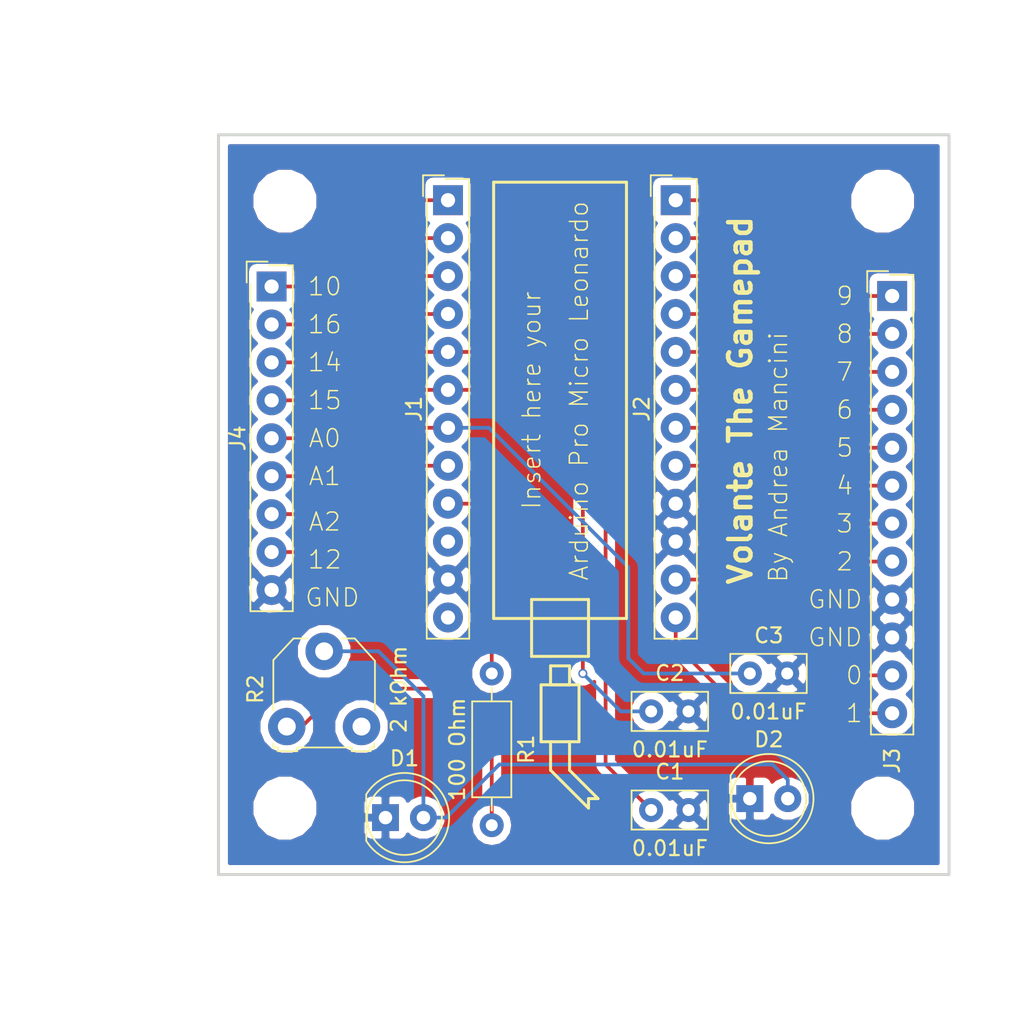
<source format=kicad_pcb>
(kicad_pcb (version 4) (host pcbnew 4.0.7)

  (general
    (links 35)
    (no_connects 0)
    (area 76.565002 52.14 142.907143 122.080001)
    (thickness 1.6)
    (drawings 55)
    (tracks 85)
    (zones 0)
    (modules 15)
    (nets 25)
  )

  (page A4)
  (layers
    (0 F.Cu signal)
    (31 B.Cu signal)
    (32 B.Adhes user)
    (33 F.Adhes user)
    (34 B.Paste user)
    (35 F.Paste user)
    (36 B.SilkS user)
    (37 F.SilkS user)
    (38 B.Mask user)
    (39 F.Mask user)
    (40 Dwgs.User user)
    (41 Cmts.User user)
    (42 Eco1.User user)
    (43 Eco2.User user)
    (44 Edge.Cuts user)
    (45 Margin user)
    (46 B.CrtYd user)
    (47 F.CrtYd user)
    (48 B.Fab user)
    (49 F.Fab user)
  )

  (setup
    (last_trace_width 0.25)
    (trace_clearance 0.2)
    (zone_clearance 0.508)
    (zone_45_only no)
    (trace_min 0.2)
    (segment_width 0.2)
    (edge_width 0.2)
    (via_size 0.6)
    (via_drill 0.4)
    (via_min_size 0.4)
    (via_min_drill 0.3)
    (uvia_size 0.3)
    (uvia_drill 0.1)
    (uvias_allowed no)
    (uvia_min_size 0.2)
    (uvia_min_drill 0.1)
    (pcb_text_width 0.3)
    (pcb_text_size 1.5 1.5)
    (mod_edge_width 0.15)
    (mod_text_size 1 1)
    (mod_text_width 0.15)
    (pad_size 1.5 1.5)
    (pad_drill 0.6)
    (pad_to_mask_clearance 0)
    (aux_axis_origin 0 0)
    (visible_elements 7FFFFFFF)
    (pcbplotparams
      (layerselection 0x00030_80000001)
      (usegerberextensions false)
      (excludeedgelayer true)
      (linewidth 0.100000)
      (plotframeref false)
      (viasonmask false)
      (mode 1)
      (useauxorigin false)
      (hpglpennumber 1)
      (hpglpenspeed 20)
      (hpglpendiameter 15)
      (hpglpenoverlay 2)
      (psnegative false)
      (psa4output false)
      (plotreference true)
      (plotvalue true)
      (plotinvisibletext false)
      (padsonsilk false)
      (subtractmaskfromsilk false)
      (outputformat 1)
      (mirror false)
      (drillshape 0)
      (scaleselection 1)
      (outputdirectory C:/Users/mancio/Documents/GitHub/Volante-The-Gamepad/kicad/shield/gerber/))
  )

  (net 0 "")
  (net 1 A0)
  (net 2 GND)
  (net 3 A1)
  (net 4 A2)
  (net 5 10)
  (net 6 16)
  (net 7 14)
  (net 8 15)
  (net 9 "Net-(J1-Pad10)")
  (net 10 "Net-(J1-Pad12)")
  (net 11 9)
  (net 12 8)
  (net 13 7)
  (net 14 6)
  (net 15 5)
  (net 16 4)
  (net 17 3)
  (net 18 2)
  (net 19 0)
  (net 20 1)
  (net 21 "Net-(J1-Pad9)")
  (net 22 "Net-(D1-Pad2)")
  (net 23 21)
  (net 24 "Net-(R1-Pad2)")

  (net_class Default "This is the default net class."
    (clearance 0.2)
    (trace_width 0.25)
    (via_dia 0.6)
    (via_drill 0.4)
    (uvia_dia 0.3)
    (uvia_drill 0.1)
    (add_net 0)
    (add_net 1)
    (add_net 10)
    (add_net 14)
    (add_net 15)
    (add_net 16)
    (add_net 2)
    (add_net 21)
    (add_net 3)
    (add_net 4)
    (add_net 5)
    (add_net 6)
    (add_net 7)
    (add_net 8)
    (add_net 9)
    (add_net A0)
    (add_net A1)
    (add_net A2)
    (add_net GND)
    (add_net "Net-(D1-Pad2)")
    (add_net "Net-(J1-Pad10)")
    (add_net "Net-(J1-Pad12)")
    (add_net "Net-(J1-Pad9)")
    (add_net "Net-(R1-Pad2)")
  )

  (module Mounting_Holes:MountingHole_3.2mm_M3 (layer F.Cu) (tedit 5A818582) (tstamp 5A818468)
    (at 93.345 106.045)
    (descr "Mounting Hole 3.2mm, no annular, M3")
    (tags "mounting hole 3.2mm no annular m3")
    (attr virtual)
    (fp_text reference REF** (at 0 -4.2) (layer Eco1.User)
      (effects (font (size 1 1) (thickness 0.15)))
    )
    (fp_text value MountingHole_3.2mm_M3 (at 0 4.2) (layer F.Fab)
      (effects (font (size 1 1) (thickness 0.15)))
    )
    (fp_text user %R (at 0.3 0) (layer F.Fab)
      (effects (font (size 1 1) (thickness 0.15)))
    )
    (fp_circle (center 0 0) (end 3.2 0) (layer Cmts.User) (width 0.15))
    (fp_circle (center 0 0) (end 3.45 0) (layer F.CrtYd) (width 0.05))
    (pad 1 np_thru_hole circle (at 0 0) (size 3.2 3.2) (drill 3.2) (layers *.Cu *.Mask))
  )

  (module Mounting_Holes:MountingHole_3.2mm_M3 (layer F.Cu) (tedit 5A818576) (tstamp 5A818454)
    (at 133.35 106.045)
    (descr "Mounting Hole 3.2mm, no annular, M3")
    (tags "mounting hole 3.2mm no annular m3")
    (attr virtual)
    (fp_text reference REF** (at 0 -4.2) (layer Eco1.User)
      (effects (font (size 1 1) (thickness 0.15)))
    )
    (fp_text value MountingHole_3.2mm_M3 (at 0 4.2) (layer F.Fab)
      (effects (font (size 1 1) (thickness 0.15)))
    )
    (fp_text user %R (at 0.3 0) (layer F.Fab)
      (effects (font (size 1 1) (thickness 0.15)))
    )
    (fp_circle (center 0 0) (end 3.2 0) (layer Cmts.User) (width 0.15))
    (fp_circle (center 0 0) (end 3.45 0) (layer F.CrtYd) (width 0.05))
    (pad 1 np_thru_hole circle (at 0 0) (size 3.2 3.2) (drill 3.2) (layers *.Cu *.Mask))
  )

  (module Mounting_Holes:MountingHole_3.2mm_M3 (layer F.Cu) (tedit 5A81855D) (tstamp 5A818413)
    (at 133.35 65.405)
    (descr "Mounting Hole 3.2mm, no annular, M3")
    (tags "mounting hole 3.2mm no annular m3")
    (attr virtual)
    (fp_text reference REF** (at 0 -4.2) (layer Eco1.User)
      (effects (font (size 1 1) (thickness 0.15)))
    )
    (fp_text value MountingHole_3.2mm_M3 (at 0 4.2) (layer F.Fab)
      (effects (font (size 1 1) (thickness 0.15)))
    )
    (fp_text user %R (at 0.3 0) (layer F.Fab)
      (effects (font (size 1 1) (thickness 0.15)))
    )
    (fp_circle (center 0 0) (end 3.2 0) (layer Cmts.User) (width 0.15))
    (fp_circle (center 0 0) (end 3.45 0) (layer F.CrtYd) (width 0.05))
    (pad 1 np_thru_hole circle (at 0 0) (size 3.2 3.2) (drill 3.2) (layers *.Cu *.Mask))
  )

  (module Capacitors_THT:C_Disc_D5.0mm_W2.5mm_P2.50mm (layer F.Cu) (tedit 5A81920A) (tstamp 5A80762C)
    (at 117.856 106.172)
    (descr "C, Disc series, Radial, pin pitch=2.50mm, , diameter*width=5*2.5mm^2, Capacitor, http://cdn-reichelt.de/documents/datenblatt/B300/DS_KERKO_TC.pdf")
    (tags "C Disc series Radial pin pitch 2.50mm  diameter 5mm width 2.5mm Capacitor")
    (path /5A7C6829)
    (fp_text reference C1 (at 1.25 -2.56) (layer F.SilkS)
      (effects (font (size 1 1) (thickness 0.15)))
    )
    (fp_text value 0.01uF (at 1.25 2.56) (layer F.SilkS)
      (effects (font (size 1 1) (thickness 0.15)))
    )
    (fp_line (start -1.25 -1.25) (end -1.25 1.25) (layer F.Fab) (width 0.1))
    (fp_line (start -1.25 1.25) (end 3.75 1.25) (layer F.Fab) (width 0.1))
    (fp_line (start 3.75 1.25) (end 3.75 -1.25) (layer F.Fab) (width 0.1))
    (fp_line (start 3.75 -1.25) (end -1.25 -1.25) (layer F.Fab) (width 0.1))
    (fp_line (start -1.31 -1.31) (end 3.81 -1.31) (layer F.SilkS) (width 0.12))
    (fp_line (start -1.31 1.31) (end 3.81 1.31) (layer F.SilkS) (width 0.12))
    (fp_line (start -1.31 -1.31) (end -1.31 1.31) (layer F.SilkS) (width 0.12))
    (fp_line (start 3.81 -1.31) (end 3.81 1.31) (layer F.SilkS) (width 0.12))
    (fp_line (start -1.6 -1.6) (end -1.6 1.6) (layer F.CrtYd) (width 0.05))
    (fp_line (start -1.6 1.6) (end 4.1 1.6) (layer F.CrtYd) (width 0.05))
    (fp_line (start 4.1 1.6) (end 4.1 -1.6) (layer F.CrtYd) (width 0.05))
    (fp_line (start 4.1 -1.6) (end -1.6 -1.6) (layer F.CrtYd) (width 0.05))
    (fp_text user %R (at 1.25 0) (layer F.Fab)
      (effects (font (size 1 1) (thickness 0.15)))
    )
    (pad 1 thru_hole circle (at 0 0) (size 1.6 1.6) (drill 0.8) (layers *.Cu *.Mask)
      (net 1 A0))
    (pad 2 thru_hole circle (at 2.5 0) (size 1.6 1.6) (drill 0.8) (layers *.Cu *.Mask)
      (net 2 GND))
    (model ${KISYS3DMOD}/Capacitors_THT.3dshapes/C_Disc_D5.0mm_W2.5mm_P2.50mm.wrl
      (at (xyz 0 0 0))
      (scale (xyz 1 1 1))
      (rotate (xyz 0 0 0))
    )
  )

  (module Capacitors_THT:C_Disc_D5.0mm_W2.5mm_P2.50mm (layer F.Cu) (tedit 5A8191FF) (tstamp 5A80763F)
    (at 117.856 99.568)
    (descr "C, Disc series, Radial, pin pitch=2.50mm, , diameter*width=5*2.5mm^2, Capacitor, http://cdn-reichelt.de/documents/datenblatt/B300/DS_KERKO_TC.pdf")
    (tags "C Disc series Radial pin pitch 2.50mm  diameter 5mm width 2.5mm Capacitor")
    (path /5A7C7BD4)
    (fp_text reference C2 (at 1.25 -2.56) (layer F.SilkS)
      (effects (font (size 1 1) (thickness 0.15)))
    )
    (fp_text value 0.01uF (at 1.25 2.56) (layer F.SilkS)
      (effects (font (size 1 1) (thickness 0.15)))
    )
    (fp_line (start -1.25 -1.25) (end -1.25 1.25) (layer F.Fab) (width 0.1))
    (fp_line (start -1.25 1.25) (end 3.75 1.25) (layer F.Fab) (width 0.1))
    (fp_line (start 3.75 1.25) (end 3.75 -1.25) (layer F.Fab) (width 0.1))
    (fp_line (start 3.75 -1.25) (end -1.25 -1.25) (layer F.Fab) (width 0.1))
    (fp_line (start -1.31 -1.31) (end 3.81 -1.31) (layer F.SilkS) (width 0.12))
    (fp_line (start -1.31 1.31) (end 3.81 1.31) (layer F.SilkS) (width 0.12))
    (fp_line (start -1.31 -1.31) (end -1.31 1.31) (layer F.SilkS) (width 0.12))
    (fp_line (start 3.81 -1.31) (end 3.81 1.31) (layer F.SilkS) (width 0.12))
    (fp_line (start -1.6 -1.6) (end -1.6 1.6) (layer F.CrtYd) (width 0.05))
    (fp_line (start -1.6 1.6) (end 4.1 1.6) (layer F.CrtYd) (width 0.05))
    (fp_line (start 4.1 1.6) (end 4.1 -1.6) (layer F.CrtYd) (width 0.05))
    (fp_line (start 4.1 -1.6) (end -1.6 -1.6) (layer F.CrtYd) (width 0.05))
    (fp_text user %R (at 1.25 0) (layer F.Fab)
      (effects (font (size 1 1) (thickness 0.15)))
    )
    (pad 1 thru_hole circle (at 0 0) (size 1.6 1.6) (drill 0.8) (layers *.Cu *.Mask)
      (net 3 A1))
    (pad 2 thru_hole circle (at 2.5 0) (size 1.6 1.6) (drill 0.8) (layers *.Cu *.Mask)
      (net 2 GND))
    (model ${KISYS3DMOD}/Capacitors_THT.3dshapes/C_Disc_D5.0mm_W2.5mm_P2.50mm.wrl
      (at (xyz 0 0 0))
      (scale (xyz 1 1 1))
      (rotate (xyz 0 0 0))
    )
  )

  (module Capacitors_THT:C_Disc_D5.0mm_W2.5mm_P2.50mm (layer F.Cu) (tedit 5A830A07) (tstamp 5A807652)
    (at 124.46 97.028)
    (descr "C, Disc series, Radial, pin pitch=2.50mm, , diameter*width=5*2.5mm^2, Capacitor, http://cdn-reichelt.de/documents/datenblatt/B300/DS_KERKO_TC.pdf")
    (tags "C Disc series Radial pin pitch 2.50mm  diameter 5mm width 2.5mm Capacitor")
    (path /5A7C7C31)
    (fp_text reference C3 (at 1.27 -2.54) (layer F.SilkS)
      (effects (font (size 1 1) (thickness 0.15)))
    )
    (fp_text value 0.01uF (at 1.25 2.56) (layer F.SilkS)
      (effects (font (size 1 1) (thickness 0.15)))
    )
    (fp_line (start -1.25 -1.25) (end -1.25 1.25) (layer F.Fab) (width 0.1))
    (fp_line (start -1.25 1.25) (end 3.75 1.25) (layer F.Fab) (width 0.1))
    (fp_line (start 3.75 1.25) (end 3.75 -1.25) (layer F.Fab) (width 0.1))
    (fp_line (start 3.75 -1.25) (end -1.25 -1.25) (layer F.Fab) (width 0.1))
    (fp_line (start -1.31 -1.31) (end 3.81 -1.31) (layer F.SilkS) (width 0.12))
    (fp_line (start -1.31 1.31) (end 3.81 1.31) (layer F.SilkS) (width 0.12))
    (fp_line (start -1.31 -1.31) (end -1.31 1.31) (layer F.SilkS) (width 0.12))
    (fp_line (start 3.81 -1.31) (end 3.81 1.31) (layer F.SilkS) (width 0.12))
    (fp_line (start -1.6 -1.6) (end -1.6 1.6) (layer F.CrtYd) (width 0.05))
    (fp_line (start -1.6 1.6) (end 4.1 1.6) (layer F.CrtYd) (width 0.05))
    (fp_line (start 4.1 1.6) (end 4.1 -1.6) (layer F.CrtYd) (width 0.05))
    (fp_line (start 4.1 -1.6) (end -1.6 -1.6) (layer F.CrtYd) (width 0.05))
    (fp_text user %R (at 1.25 0) (layer F.Fab)
      (effects (font (size 1 1) (thickness 0.15)))
    )
    (pad 1 thru_hole circle (at 0 0) (size 1.6 1.6) (drill 0.8) (layers *.Cu *.Mask)
      (net 4 A2))
    (pad 2 thru_hole circle (at 2.5 0) (size 1.6 1.6) (drill 0.8) (layers *.Cu *.Mask)
      (net 2 GND))
    (model ${KISYS3DMOD}/Capacitors_THT.3dshapes/C_Disc_D5.0mm_W2.5mm_P2.50mm.wrl
      (at (xyz 0 0 0))
      (scale (xyz 1 1 1))
      (rotate (xyz 0 0 0))
    )
  )

  (module Connectors_Samtec:SL-112-X-XX_1x12 (layer F.Cu) (tedit 590274D5) (tstamp 5A80768B)
    (at 104.26 65.34)
    (descr "Low profile, screw machine socket strip, through hole, 100mil / 2.54mm pitch")
    (tags "samtec socket strip tht single")
    (path /5A7C4E25)
    (fp_text reference J1 (at -2.27 13.97 90) (layer F.SilkS)
      (effects (font (size 1 1) (thickness 0.15)))
    )
    (fp_text value Conn_01x12_Fem_l (at 2.27 13.97 90) (layer F.Fab)
      (effects (font (size 1 1) (thickness 0.15)))
    )
    (fp_line (start -0.17 -1.42) (end 1.42 -1.42) (layer F.SilkS) (width 0.12))
    (fp_line (start 1.42 -1.42) (end 1.42 29.36) (layer F.SilkS) (width 0.12))
    (fp_line (start 1.42 29.36) (end -1.42 29.36) (layer F.SilkS) (width 0.12))
    (fp_line (start -1.42 29.36) (end -1.42 -0.17) (layer F.SilkS) (width 0.12))
    (fp_line (start -0.27 -1.67) (end -1.67 -1.67) (layer F.SilkS) (width 0.12))
    (fp_line (start -1.67 -1.67) (end -1.67 -0.27) (layer F.SilkS) (width 0.12))
    (fp_line (start -0.27 -1.67) (end -1.67 -1.67) (layer F.Fab) (width 0.1))
    (fp_line (start -1.67 -1.67) (end -1.67 -0.27) (layer F.Fab) (width 0.1))
    (fp_line (start -1.27 -1.27) (end -1.27 29.21) (layer F.Fab) (width 0.1))
    (fp_line (start -1.27 29.21) (end 1.27 29.21) (layer F.Fab) (width 0.1))
    (fp_line (start 1.27 29.21) (end 1.27 -1.27) (layer F.Fab) (width 0.1))
    (fp_line (start 1.27 -1.27) (end -1.27 -1.27) (layer F.Fab) (width 0.1))
    (fp_line (start -1.77 -1.77) (end -1.77 29.71) (layer F.CrtYd) (width 0.05))
    (fp_line (start -1.77 29.71) (end 1.77 29.71) (layer F.CrtYd) (width 0.05))
    (fp_line (start 1.77 29.71) (end 1.77 -1.77) (layer F.CrtYd) (width 0.05))
    (fp_line (start 1.77 -1.77) (end -1.77 -1.77) (layer F.CrtYd) (width 0.05))
    (fp_line (start -1.27 1.27) (end -1.07 1.27) (layer F.Fab) (width 0.1))
    (fp_line (start 1.27 1.27) (end 1.07 1.27) (layer F.Fab) (width 0.1))
    (fp_line (start -1.27 3.81) (end -1.07 3.81) (layer F.Fab) (width 0.1))
    (fp_line (start 1.27 3.81) (end 1.07 3.81) (layer F.Fab) (width 0.1))
    (fp_line (start -1.27 6.35) (end -1.07 6.35) (layer F.Fab) (width 0.1))
    (fp_line (start 1.27 6.35) (end 1.07 6.35) (layer F.Fab) (width 0.1))
    (fp_line (start -1.27 8.89) (end -1.07 8.89) (layer F.Fab) (width 0.1))
    (fp_line (start 1.27 8.89) (end 1.07 8.89) (layer F.Fab) (width 0.1))
    (fp_line (start -1.27 11.43) (end -1.07 11.43) (layer F.Fab) (width 0.1))
    (fp_line (start 1.27 11.43) (end 1.07 11.43) (layer F.Fab) (width 0.1))
    (fp_line (start -1.27 13.97) (end -1.07 13.97) (layer F.Fab) (width 0.1))
    (fp_line (start 1.27 13.97) (end 1.07 13.97) (layer F.Fab) (width 0.1))
    (fp_line (start -1.27 16.51) (end -1.07 16.51) (layer F.Fab) (width 0.1))
    (fp_line (start 1.27 16.51) (end 1.07 16.51) (layer F.Fab) (width 0.1))
    (fp_line (start -1.27 19.05) (end -1.07 19.05) (layer F.Fab) (width 0.1))
    (fp_line (start 1.27 19.05) (end 1.07 19.05) (layer F.Fab) (width 0.1))
    (fp_line (start -1.27 21.59) (end -1.07 21.59) (layer F.Fab) (width 0.1))
    (fp_line (start 1.27 21.59) (end 1.07 21.59) (layer F.Fab) (width 0.1))
    (fp_line (start -1.27 24.13) (end -1.07 24.13) (layer F.Fab) (width 0.1))
    (fp_line (start 1.27 24.13) (end 1.07 24.13) (layer F.Fab) (width 0.1))
    (fp_line (start -1.27 26.67) (end -1.07 26.67) (layer F.Fab) (width 0.1))
    (fp_line (start 1.27 26.67) (end 1.07 26.67) (layer F.Fab) (width 0.1))
    (fp_line (start -1.27 29.21) (end -1.07 29.21) (layer F.Fab) (width 0.1))
    (fp_line (start 1.27 29.21) (end 1.07 29.21) (layer F.Fab) (width 0.1))
    (fp_text user %R (at 0 13.97 90) (layer F.Fab)
      (effects (font (size 1 1) (thickness 0.15)))
    )
    (pad 1 thru_hole rect (at 0 0) (size 2 2) (drill 0.95) (layers *.Cu *.Mask)
      (net 5 10))
    (pad 2 thru_hole circle (at 0 2.54) (size 2 2) (drill 0.95) (layers *.Cu *.Mask)
      (net 6 16))
    (pad 3 thru_hole circle (at 0 5.08) (size 2 2) (drill 0.95) (layers *.Cu *.Mask)
      (net 7 14))
    (pad 4 thru_hole circle (at 0 7.62) (size 2 2) (drill 0.95) (layers *.Cu *.Mask)
      (net 8 15))
    (pad 5 thru_hole circle (at 0 10.16) (size 2 2) (drill 0.95) (layers *.Cu *.Mask)
      (net 1 A0))
    (pad 6 thru_hole circle (at 0 12.7) (size 2 2) (drill 0.95) (layers *.Cu *.Mask)
      (net 3 A1))
    (pad 7 thru_hole circle (at 0 15.24) (size 2 2) (drill 0.95) (layers *.Cu *.Mask)
      (net 4 A2))
    (pad 8 thru_hole circle (at 0 17.78) (size 2 2) (drill 0.95) (layers *.Cu *.Mask)
      (net 23 21))
    (pad 9 thru_hole circle (at 0 20.32) (size 2 2) (drill 0.95) (layers *.Cu *.Mask)
      (net 21 "Net-(J1-Pad9)"))
    (pad 10 thru_hole circle (at 0 22.86) (size 2 2) (drill 0.95) (layers *.Cu *.Mask)
      (net 9 "Net-(J1-Pad10)"))
    (pad 11 thru_hole circle (at 0 25.4) (size 2 2) (drill 0.95) (layers *.Cu *.Mask)
      (net 2 GND))
    (pad 12 thru_hole circle (at 0 27.94) (size 2 2) (drill 0.95) (layers *.Cu *.Mask)
      (net 10 "Net-(J1-Pad12)"))
    (model ${KISYS3DMOD}/Connectors_Samtec.3dshapes/SL-112-X-XX_1x12.wrl
      (at (xyz 0 1 0))
      (scale (xyz 1 1 1))
      (rotate (xyz 0 0 0))
    )
    (model Socket_Strips.3dshapes/Socket_Strip_Straight_1x12_Pitch2.54mm.wrl
      (at (xyz 0 -0.55 0))
      (scale (xyz 1 1 1))
      (rotate (xyz 0 0 90))
    )
  )

  (module Connectors_Samtec:SL-112-X-XX_1x12 (layer F.Cu) (tedit 590274D5) (tstamp 5A8076C4)
    (at 119.5 65.34)
    (descr "Low profile, screw machine socket strip, through hole, 100mil / 2.54mm pitch")
    (tags "samtec socket strip tht single")
    (path /5A7C4C69)
    (fp_text reference J2 (at -2.27 13.97 90) (layer F.SilkS)
      (effects (font (size 1 1) (thickness 0.15)))
    )
    (fp_text value Conn_01x12_Fem_r (at 2.27 13.97 90) (layer F.Fab)
      (effects (font (size 1 1) (thickness 0.15)))
    )
    (fp_line (start -0.17 -1.42) (end 1.42 -1.42) (layer F.SilkS) (width 0.12))
    (fp_line (start 1.42 -1.42) (end 1.42 29.36) (layer F.SilkS) (width 0.12))
    (fp_line (start 1.42 29.36) (end -1.42 29.36) (layer F.SilkS) (width 0.12))
    (fp_line (start -1.42 29.36) (end -1.42 -0.17) (layer F.SilkS) (width 0.12))
    (fp_line (start -0.27 -1.67) (end -1.67 -1.67) (layer F.SilkS) (width 0.12))
    (fp_line (start -1.67 -1.67) (end -1.67 -0.27) (layer F.SilkS) (width 0.12))
    (fp_line (start -0.27 -1.67) (end -1.67 -1.67) (layer F.Fab) (width 0.1))
    (fp_line (start -1.67 -1.67) (end -1.67 -0.27) (layer F.Fab) (width 0.1))
    (fp_line (start -1.27 -1.27) (end -1.27 29.21) (layer F.Fab) (width 0.1))
    (fp_line (start -1.27 29.21) (end 1.27 29.21) (layer F.Fab) (width 0.1))
    (fp_line (start 1.27 29.21) (end 1.27 -1.27) (layer F.Fab) (width 0.1))
    (fp_line (start 1.27 -1.27) (end -1.27 -1.27) (layer F.Fab) (width 0.1))
    (fp_line (start -1.77 -1.77) (end -1.77 29.71) (layer F.CrtYd) (width 0.05))
    (fp_line (start -1.77 29.71) (end 1.77 29.71) (layer F.CrtYd) (width 0.05))
    (fp_line (start 1.77 29.71) (end 1.77 -1.77) (layer F.CrtYd) (width 0.05))
    (fp_line (start 1.77 -1.77) (end -1.77 -1.77) (layer F.CrtYd) (width 0.05))
    (fp_line (start -1.27 1.27) (end -1.07 1.27) (layer F.Fab) (width 0.1))
    (fp_line (start 1.27 1.27) (end 1.07 1.27) (layer F.Fab) (width 0.1))
    (fp_line (start -1.27 3.81) (end -1.07 3.81) (layer F.Fab) (width 0.1))
    (fp_line (start 1.27 3.81) (end 1.07 3.81) (layer F.Fab) (width 0.1))
    (fp_line (start -1.27 6.35) (end -1.07 6.35) (layer F.Fab) (width 0.1))
    (fp_line (start 1.27 6.35) (end 1.07 6.35) (layer F.Fab) (width 0.1))
    (fp_line (start -1.27 8.89) (end -1.07 8.89) (layer F.Fab) (width 0.1))
    (fp_line (start 1.27 8.89) (end 1.07 8.89) (layer F.Fab) (width 0.1))
    (fp_line (start -1.27 11.43) (end -1.07 11.43) (layer F.Fab) (width 0.1))
    (fp_line (start 1.27 11.43) (end 1.07 11.43) (layer F.Fab) (width 0.1))
    (fp_line (start -1.27 13.97) (end -1.07 13.97) (layer F.Fab) (width 0.1))
    (fp_line (start 1.27 13.97) (end 1.07 13.97) (layer F.Fab) (width 0.1))
    (fp_line (start -1.27 16.51) (end -1.07 16.51) (layer F.Fab) (width 0.1))
    (fp_line (start 1.27 16.51) (end 1.07 16.51) (layer F.Fab) (width 0.1))
    (fp_line (start -1.27 19.05) (end -1.07 19.05) (layer F.Fab) (width 0.1))
    (fp_line (start 1.27 19.05) (end 1.07 19.05) (layer F.Fab) (width 0.1))
    (fp_line (start -1.27 21.59) (end -1.07 21.59) (layer F.Fab) (width 0.1))
    (fp_line (start 1.27 21.59) (end 1.07 21.59) (layer F.Fab) (width 0.1))
    (fp_line (start -1.27 24.13) (end -1.07 24.13) (layer F.Fab) (width 0.1))
    (fp_line (start 1.27 24.13) (end 1.07 24.13) (layer F.Fab) (width 0.1))
    (fp_line (start -1.27 26.67) (end -1.07 26.67) (layer F.Fab) (width 0.1))
    (fp_line (start 1.27 26.67) (end 1.07 26.67) (layer F.Fab) (width 0.1))
    (fp_line (start -1.27 29.21) (end -1.07 29.21) (layer F.Fab) (width 0.1))
    (fp_line (start 1.27 29.21) (end 1.07 29.21) (layer F.Fab) (width 0.1))
    (fp_text user %R (at 0 13.97 90) (layer F.Fab)
      (effects (font (size 1 1) (thickness 0.15)))
    )
    (pad 1 thru_hole rect (at 0 0) (size 2 2) (drill 0.95) (layers *.Cu *.Mask)
      (net 11 9))
    (pad 2 thru_hole circle (at 0 2.54) (size 2 2) (drill 0.95) (layers *.Cu *.Mask)
      (net 12 8))
    (pad 3 thru_hole circle (at 0 5.08) (size 2 2) (drill 0.95) (layers *.Cu *.Mask)
      (net 13 7))
    (pad 4 thru_hole circle (at 0 7.62) (size 2 2) (drill 0.95) (layers *.Cu *.Mask)
      (net 14 6))
    (pad 5 thru_hole circle (at 0 10.16) (size 2 2) (drill 0.95) (layers *.Cu *.Mask)
      (net 15 5))
    (pad 6 thru_hole circle (at 0 12.7) (size 2 2) (drill 0.95) (layers *.Cu *.Mask)
      (net 16 4))
    (pad 7 thru_hole circle (at 0 15.24) (size 2 2) (drill 0.95) (layers *.Cu *.Mask)
      (net 17 3))
    (pad 8 thru_hole circle (at 0 17.78) (size 2 2) (drill 0.95) (layers *.Cu *.Mask)
      (net 18 2))
    (pad 9 thru_hole circle (at 0 20.32) (size 2 2) (drill 0.95) (layers *.Cu *.Mask)
      (net 2 GND))
    (pad 10 thru_hole circle (at 0 22.86) (size 2 2) (drill 0.95) (layers *.Cu *.Mask)
      (net 2 GND))
    (pad 11 thru_hole circle (at 0 25.4) (size 2 2) (drill 0.95) (layers *.Cu *.Mask)
      (net 19 0))
    (pad 12 thru_hole circle (at 0 27.94) (size 2 2) (drill 0.95) (layers *.Cu *.Mask)
      (net 20 1))
    (model ${KISYS3DMOD}/Connectors_Samtec.3dshapes/SL-112-X-XX_1x12.wrl
      (at (xyz 0 0 0))
      (scale (xyz 1 1 1))
      (rotate (xyz 0 0 0))
    )
    (model Socket_Strips.3dshapes/Socket_Strip_Straight_1x12_Pitch2.54mm.wrl
      (at (xyz 0 -0.55 0))
      (scale (xyz 1 1 1))
      (rotate (xyz 0 0 90))
    )
  )

  (module Connectors_Samtec:SL-112-X-XX_1x12 (layer F.Cu) (tedit 5A81950B) (tstamp 5A8076FD)
    (at 133.985 71.755)
    (descr "Low profile, screw machine socket strip, through hole, 100mil / 2.54mm pitch")
    (tags "samtec socket strip tht single")
    (path /5A7C508E)
    (fp_text reference J3 (at 0 31.115 90) (layer F.SilkS)
      (effects (font (size 1 1) (thickness 0.15)))
    )
    (fp_text value Conn_01x12_Fem_b_r (at 2.27 13.97 90) (layer F.Fab)
      (effects (font (size 1 1) (thickness 0.15)))
    )
    (fp_line (start -0.17 -1.42) (end 1.42 -1.42) (layer F.SilkS) (width 0.12))
    (fp_line (start 1.42 -1.42) (end 1.42 29.36) (layer F.SilkS) (width 0.12))
    (fp_line (start 1.42 29.36) (end -1.42 29.36) (layer F.SilkS) (width 0.12))
    (fp_line (start -1.42 29.36) (end -1.42 -0.17) (layer F.SilkS) (width 0.12))
    (fp_line (start -0.27 -1.67) (end -1.67 -1.67) (layer F.SilkS) (width 0.12))
    (fp_line (start -1.67 -1.67) (end -1.67 -0.27) (layer F.SilkS) (width 0.12))
    (fp_line (start -0.27 -1.67) (end -1.67 -1.67) (layer F.Fab) (width 0.1))
    (fp_line (start -1.67 -1.67) (end -1.67 -0.27) (layer F.Fab) (width 0.1))
    (fp_line (start -1.27 -1.27) (end -1.27 29.21) (layer F.Fab) (width 0.1))
    (fp_line (start -1.27 29.21) (end 1.27 29.21) (layer F.Fab) (width 0.1))
    (fp_line (start 1.27 29.21) (end 1.27 -1.27) (layer F.Fab) (width 0.1))
    (fp_line (start 1.27 -1.27) (end -1.27 -1.27) (layer F.Fab) (width 0.1))
    (fp_line (start -1.77 -1.77) (end -1.77 29.71) (layer F.CrtYd) (width 0.05))
    (fp_line (start -1.77 29.71) (end 1.77 29.71) (layer F.CrtYd) (width 0.05))
    (fp_line (start 1.77 29.71) (end 1.77 -1.77) (layer F.CrtYd) (width 0.05))
    (fp_line (start 1.77 -1.77) (end -1.77 -1.77) (layer F.CrtYd) (width 0.05))
    (fp_line (start -1.27 1.27) (end -1.07 1.27) (layer F.Fab) (width 0.1))
    (fp_line (start 1.27 1.27) (end 1.07 1.27) (layer F.Fab) (width 0.1))
    (fp_line (start -1.27 3.81) (end -1.07 3.81) (layer F.Fab) (width 0.1))
    (fp_line (start 1.27 3.81) (end 1.07 3.81) (layer F.Fab) (width 0.1))
    (fp_line (start -1.27 6.35) (end -1.07 6.35) (layer F.Fab) (width 0.1))
    (fp_line (start 1.27 6.35) (end 1.07 6.35) (layer F.Fab) (width 0.1))
    (fp_line (start -1.27 8.89) (end -1.07 8.89) (layer F.Fab) (width 0.1))
    (fp_line (start 1.27 8.89) (end 1.07 8.89) (layer F.Fab) (width 0.1))
    (fp_line (start -1.27 11.43) (end -1.07 11.43) (layer F.Fab) (width 0.1))
    (fp_line (start 1.27 11.43) (end 1.07 11.43) (layer F.Fab) (width 0.1))
    (fp_line (start -1.27 13.97) (end -1.07 13.97) (layer F.Fab) (width 0.1))
    (fp_line (start 1.27 13.97) (end 1.07 13.97) (layer F.Fab) (width 0.1))
    (fp_line (start -1.27 16.51) (end -1.07 16.51) (layer F.Fab) (width 0.1))
    (fp_line (start 1.27 16.51) (end 1.07 16.51) (layer F.Fab) (width 0.1))
    (fp_line (start -1.27 19.05) (end -1.07 19.05) (layer F.Fab) (width 0.1))
    (fp_line (start 1.27 19.05) (end 1.07 19.05) (layer F.Fab) (width 0.1))
    (fp_line (start -1.27 21.59) (end -1.07 21.59) (layer F.Fab) (width 0.1))
    (fp_line (start 1.27 21.59) (end 1.07 21.59) (layer F.Fab) (width 0.1))
    (fp_line (start -1.27 24.13) (end -1.07 24.13) (layer F.Fab) (width 0.1))
    (fp_line (start 1.27 24.13) (end 1.07 24.13) (layer F.Fab) (width 0.1))
    (fp_line (start -1.27 26.67) (end -1.07 26.67) (layer F.Fab) (width 0.1))
    (fp_line (start 1.27 26.67) (end 1.07 26.67) (layer F.Fab) (width 0.1))
    (fp_line (start -1.27 29.21) (end -1.07 29.21) (layer F.Fab) (width 0.1))
    (fp_line (start 1.27 29.21) (end 1.07 29.21) (layer F.Fab) (width 0.1))
    (fp_text user %R (at 0 13.97 90) (layer F.Fab)
      (effects (font (size 1 1) (thickness 0.15)))
    )
    (pad 1 thru_hole rect (at 0 0) (size 2 2) (drill 0.95) (layers *.Cu *.Mask)
      (net 11 9))
    (pad 2 thru_hole circle (at 0 2.54) (size 2 2) (drill 0.95) (layers *.Cu *.Mask)
      (net 12 8))
    (pad 3 thru_hole circle (at 0 5.08) (size 2 2) (drill 0.95) (layers *.Cu *.Mask)
      (net 13 7))
    (pad 4 thru_hole circle (at 0 7.62) (size 2 2) (drill 0.95) (layers *.Cu *.Mask)
      (net 14 6))
    (pad 5 thru_hole circle (at 0 10.16) (size 2 2) (drill 0.95) (layers *.Cu *.Mask)
      (net 15 5))
    (pad 6 thru_hole circle (at 0 12.7) (size 2 2) (drill 0.95) (layers *.Cu *.Mask)
      (net 16 4))
    (pad 7 thru_hole circle (at 0 15.24) (size 2 2) (drill 0.95) (layers *.Cu *.Mask)
      (net 17 3))
    (pad 8 thru_hole circle (at 0 17.78) (size 2 2) (drill 0.95) (layers *.Cu *.Mask)
      (net 18 2))
    (pad 9 thru_hole circle (at 0 20.32) (size 2 2) (drill 0.95) (layers *.Cu *.Mask)
      (net 2 GND))
    (pad 10 thru_hole circle (at 0 22.86) (size 2 2) (drill 0.95) (layers *.Cu *.Mask)
      (net 2 GND))
    (pad 11 thru_hole circle (at 0 25.4) (size 2 2) (drill 0.95) (layers *.Cu *.Mask)
      (net 19 0))
    (pad 12 thru_hole circle (at 0 27.94) (size 2 2) (drill 0.95) (layers *.Cu *.Mask)
      (net 20 1))
    (model ${KISYS3DMOD}/Connectors_Samtec.3dshapes/SL-112-X-XX_1x12.wrl
      (at (xyz 0 0 0))
      (scale (xyz 1 1 1))
      (rotate (xyz 0 0 0))
    )
  )

  (module Connectors_Samtec:SL-109-X-XX_1x09 (layer F.Cu) (tedit 590274D5) (tstamp 5A80772D)
    (at 92.456 71.12)
    (descr "Low profile, screw machine socket strip, through hole, 100mil / 2.54mm pitch")
    (tags "samtec socket strip tht single")
    (path /5A7C4E7A)
    (fp_text reference J4 (at -2.27 10.16 90) (layer F.SilkS)
      (effects (font (size 1 1) (thickness 0.15)))
    )
    (fp_text value Conn_01x09_Fem_b_l (at 2.27 10.16 90) (layer F.Fab)
      (effects (font (size 1 1) (thickness 0.15)))
    )
    (fp_line (start -0.17 -1.42) (end 1.42 -1.42) (layer F.SilkS) (width 0.12))
    (fp_line (start 1.42 -1.42) (end 1.42 21.74) (layer F.SilkS) (width 0.12))
    (fp_line (start 1.42 21.74) (end -1.42 21.74) (layer F.SilkS) (width 0.12))
    (fp_line (start -1.42 21.74) (end -1.42 -0.17) (layer F.SilkS) (width 0.12))
    (fp_line (start -0.27 -1.67) (end -1.67 -1.67) (layer F.SilkS) (width 0.12))
    (fp_line (start -1.67 -1.67) (end -1.67 -0.27) (layer F.SilkS) (width 0.12))
    (fp_line (start -0.27 -1.67) (end -1.67 -1.67) (layer F.Fab) (width 0.1))
    (fp_line (start -1.67 -1.67) (end -1.67 -0.27) (layer F.Fab) (width 0.1))
    (fp_line (start -1.27 -1.27) (end -1.27 21.59) (layer F.Fab) (width 0.1))
    (fp_line (start -1.27 21.59) (end 1.27 21.59) (layer F.Fab) (width 0.1))
    (fp_line (start 1.27 21.59) (end 1.27 -1.27) (layer F.Fab) (width 0.1))
    (fp_line (start 1.27 -1.27) (end -1.27 -1.27) (layer F.Fab) (width 0.1))
    (fp_line (start -1.77 -1.77) (end -1.77 22.09) (layer F.CrtYd) (width 0.05))
    (fp_line (start -1.77 22.09) (end 1.77 22.09) (layer F.CrtYd) (width 0.05))
    (fp_line (start 1.77 22.09) (end 1.77 -1.77) (layer F.CrtYd) (width 0.05))
    (fp_line (start 1.77 -1.77) (end -1.77 -1.77) (layer F.CrtYd) (width 0.05))
    (fp_line (start -1.27 1.27) (end -1.07 1.27) (layer F.Fab) (width 0.1))
    (fp_line (start 1.27 1.27) (end 1.07 1.27) (layer F.Fab) (width 0.1))
    (fp_line (start -1.27 3.81) (end -1.07 3.81) (layer F.Fab) (width 0.1))
    (fp_line (start 1.27 3.81) (end 1.07 3.81) (layer F.Fab) (width 0.1))
    (fp_line (start -1.27 6.35) (end -1.07 6.35) (layer F.Fab) (width 0.1))
    (fp_line (start 1.27 6.35) (end 1.07 6.35) (layer F.Fab) (width 0.1))
    (fp_line (start -1.27 8.89) (end -1.07 8.89) (layer F.Fab) (width 0.1))
    (fp_line (start 1.27 8.89) (end 1.07 8.89) (layer F.Fab) (width 0.1))
    (fp_line (start -1.27 11.43) (end -1.07 11.43) (layer F.Fab) (width 0.1))
    (fp_line (start 1.27 11.43) (end 1.07 11.43) (layer F.Fab) (width 0.1))
    (fp_line (start -1.27 13.97) (end -1.07 13.97) (layer F.Fab) (width 0.1))
    (fp_line (start 1.27 13.97) (end 1.07 13.97) (layer F.Fab) (width 0.1))
    (fp_line (start -1.27 16.51) (end -1.07 16.51) (layer F.Fab) (width 0.1))
    (fp_line (start 1.27 16.51) (end 1.07 16.51) (layer F.Fab) (width 0.1))
    (fp_line (start -1.27 19.05) (end -1.07 19.05) (layer F.Fab) (width 0.1))
    (fp_line (start 1.27 19.05) (end 1.07 19.05) (layer F.Fab) (width 0.1))
    (fp_line (start -1.27 21.59) (end -1.07 21.59) (layer F.Fab) (width 0.1))
    (fp_line (start 1.27 21.59) (end 1.07 21.59) (layer F.Fab) (width 0.1))
    (fp_text user %R (at 0 10.16 90) (layer F.Fab)
      (effects (font (size 1 1) (thickness 0.15)))
    )
    (pad 1 thru_hole rect (at 0 0) (size 2 2) (drill 0.95) (layers *.Cu *.Mask)
      (net 5 10))
    (pad 2 thru_hole circle (at 0 2.54) (size 2 2) (drill 0.95) (layers *.Cu *.Mask)
      (net 6 16))
    (pad 3 thru_hole circle (at 0 5.08) (size 2 2) (drill 0.95) (layers *.Cu *.Mask)
      (net 7 14))
    (pad 4 thru_hole circle (at 0 7.62) (size 2 2) (drill 0.95) (layers *.Cu *.Mask)
      (net 8 15))
    (pad 5 thru_hole circle (at 0 10.16) (size 2 2) (drill 0.95) (layers *.Cu *.Mask)
      (net 1 A0))
    (pad 6 thru_hole circle (at 0 12.7) (size 2 2) (drill 0.95) (layers *.Cu *.Mask)
      (net 3 A1))
    (pad 7 thru_hole circle (at 0 15.24) (size 2 2) (drill 0.95) (layers *.Cu *.Mask)
      (net 4 A2))
    (pad 8 thru_hole circle (at 0 17.78) (size 2 2) (drill 0.95) (layers *.Cu *.Mask)
      (net 23 21))
    (pad 9 thru_hole circle (at 0 20.32) (size 2 2) (drill 0.95) (layers *.Cu *.Mask)
      (net 2 GND))
    (model ${KISYS3DMOD}/Connectors_Samtec.3dshapes/SL-109-X-XX_1x09.wrl
      (at (xyz 0 0 0))
      (scale (xyz 1 1 1))
      (rotate (xyz 0 0 0))
    )
  )

  (module Mounting_Holes:MountingHole_3.2mm_M3 (layer F.Cu) (tedit 5A818533) (tstamp 5A8183B1)
    (at 93.345 65.405)
    (descr "Mounting Hole 3.2mm, no annular, M3")
    (tags "mounting hole 3.2mm no annular m3")
    (attr virtual)
    (fp_text reference REF** (at 0 -4.2) (layer Eco1.User)
      (effects (font (size 1 1) (thickness 0.15)))
    )
    (fp_text value MountingHole_3.2mm_M3 (at 0 4.2) (layer F.Fab)
      (effects (font (size 1 1) (thickness 0.15)))
    )
    (fp_text user %R (at 0.3 0) (layer F.Fab)
      (effects (font (size 1 1) (thickness 0.15)))
    )
    (fp_circle (center 0 0) (end 3.2 0) (layer Cmts.User) (width 0.15))
    (fp_circle (center 0 0) (end 3.45 0) (layer F.CrtYd) (width 0.05))
    (pad 1 np_thru_hole circle (at 0 0) (size 3.2 3.2) (drill 3.2) (layers *.Cu *.Mask))
  )

  (module LEDs:LED_D5.0mm (layer F.Cu) (tedit 5995936A) (tstamp 5A830438)
    (at 100.076 106.68)
    (descr "LED, diameter 5.0mm, 2 pins, http://cdn-reichelt.de/documents/datenblatt/A500/LL-504BC2E-009.pdf")
    (tags "LED diameter 5.0mm 2 pins")
    (path /5A8302DB)
    (fp_text reference D1 (at 1.27 -3.96) (layer F.SilkS)
      (effects (font (size 1 1) (thickness 0.15)))
    )
    (fp_text value LED (at 1.27 3.96) (layer F.Fab)
      (effects (font (size 1 1) (thickness 0.15)))
    )
    (fp_arc (start 1.27 0) (end -1.23 -1.469694) (angle 299.1) (layer F.Fab) (width 0.1))
    (fp_arc (start 1.27 0) (end -1.29 -1.54483) (angle 148.9) (layer F.SilkS) (width 0.12))
    (fp_arc (start 1.27 0) (end -1.29 1.54483) (angle -148.9) (layer F.SilkS) (width 0.12))
    (fp_circle (center 1.27 0) (end 3.77 0) (layer F.Fab) (width 0.1))
    (fp_circle (center 1.27 0) (end 3.77 0) (layer F.SilkS) (width 0.12))
    (fp_line (start -1.23 -1.469694) (end -1.23 1.469694) (layer F.Fab) (width 0.1))
    (fp_line (start -1.29 -1.545) (end -1.29 1.545) (layer F.SilkS) (width 0.12))
    (fp_line (start -1.95 -3.25) (end -1.95 3.25) (layer F.CrtYd) (width 0.05))
    (fp_line (start -1.95 3.25) (end 4.5 3.25) (layer F.CrtYd) (width 0.05))
    (fp_line (start 4.5 3.25) (end 4.5 -3.25) (layer F.CrtYd) (width 0.05))
    (fp_line (start 4.5 -3.25) (end -1.95 -3.25) (layer F.CrtYd) (width 0.05))
    (fp_text user %R (at 1.25 0) (layer F.Fab)
      (effects (font (size 0.8 0.8) (thickness 0.2)))
    )
    (pad 1 thru_hole rect (at 0 0) (size 1.8 1.8) (drill 0.9) (layers *.Cu *.Mask)
      (net 2 GND))
    (pad 2 thru_hole circle (at 2.54 0) (size 1.8 1.8) (drill 0.9) (layers *.Cu *.Mask)
      (net 22 "Net-(D1-Pad2)"))
    (model ${KISYS3DMOD}/LEDs.3dshapes/LED_D5.0mm.wrl
      (at (xyz 0 0 0))
      (scale (xyz 0.393701 0.393701 0.393701))
      (rotate (xyz 0 0 0))
    )
  )

  (module LEDs:LED_D5.0mm (layer F.Cu) (tedit 5995936A) (tstamp 5A83044A)
    (at 124.46 105.41)
    (descr "LED, diameter 5.0mm, 2 pins, http://cdn-reichelt.de/documents/datenblatt/A500/LL-504BC2E-009.pdf")
    (tags "LED diameter 5.0mm 2 pins")
    (path /5A830318)
    (fp_text reference D2 (at 1.27 -3.96) (layer F.SilkS)
      (effects (font (size 1 1) (thickness 0.15)))
    )
    (fp_text value LED (at 1.27 3.96) (layer F.Fab)
      (effects (font (size 1 1) (thickness 0.15)))
    )
    (fp_arc (start 1.27 0) (end -1.23 -1.469694) (angle 299.1) (layer F.Fab) (width 0.1))
    (fp_arc (start 1.27 0) (end -1.29 -1.54483) (angle 148.9) (layer F.SilkS) (width 0.12))
    (fp_arc (start 1.27 0) (end -1.29 1.54483) (angle -148.9) (layer F.SilkS) (width 0.12))
    (fp_circle (center 1.27 0) (end 3.77 0) (layer F.Fab) (width 0.1))
    (fp_circle (center 1.27 0) (end 3.77 0) (layer F.SilkS) (width 0.12))
    (fp_line (start -1.23 -1.469694) (end -1.23 1.469694) (layer F.Fab) (width 0.1))
    (fp_line (start -1.29 -1.545) (end -1.29 1.545) (layer F.SilkS) (width 0.12))
    (fp_line (start -1.95 -3.25) (end -1.95 3.25) (layer F.CrtYd) (width 0.05))
    (fp_line (start -1.95 3.25) (end 4.5 3.25) (layer F.CrtYd) (width 0.05))
    (fp_line (start 4.5 3.25) (end 4.5 -3.25) (layer F.CrtYd) (width 0.05))
    (fp_line (start 4.5 -3.25) (end -1.95 -3.25) (layer F.CrtYd) (width 0.05))
    (fp_text user %R (at 1.25 0) (layer F.Fab)
      (effects (font (size 0.8 0.8) (thickness 0.2)))
    )
    (pad 1 thru_hole rect (at 0 0) (size 1.8 1.8) (drill 0.9) (layers *.Cu *.Mask)
      (net 2 GND))
    (pad 2 thru_hole circle (at 2.54 0) (size 1.8 1.8) (drill 0.9) (layers *.Cu *.Mask)
      (net 22 "Net-(D1-Pad2)"))
    (model ${KISYS3DMOD}/LEDs.3dshapes/LED_D5.0mm.wrl
      (at (xyz 0 0 0))
      (scale (xyz 0.393701 0.393701 0.393701))
      (rotate (xyz 0 0 0))
    )
  )

  (module Resistors_THT:R_Axial_DIN0207_L6.3mm_D2.5mm_P10.16mm_Horizontal (layer F.Cu) (tedit 5A875DD3) (tstamp 5A875F73)
    (at 107.188 97.028 270)
    (descr "Resistor, Axial_DIN0207 series, Axial, Horizontal, pin pitch=10.16mm, 0.25W = 1/4W, length*diameter=6.3*2.5mm^2, http://cdn-reichelt.de/documents/datenblatt/B400/1_4W%23YAG.pdf")
    (tags "Resistor Axial_DIN0207 series Axial Horizontal pin pitch 10.16mm 0.25W = 1/4W length 6.3mm diameter 2.5mm")
    (path /5A879F6C)
    (fp_text reference R1 (at 5.08 -2.31 270) (layer F.SilkS)
      (effects (font (size 1 1) (thickness 0.15)))
    )
    (fp_text value "100 Ohm" (at 5.08 2.31 270) (layer F.SilkS)
      (effects (font (size 1 1) (thickness 0.15)))
    )
    (fp_line (start 1.93 -1.25) (end 1.93 1.25) (layer F.Fab) (width 0.1))
    (fp_line (start 1.93 1.25) (end 8.23 1.25) (layer F.Fab) (width 0.1))
    (fp_line (start 8.23 1.25) (end 8.23 -1.25) (layer F.Fab) (width 0.1))
    (fp_line (start 8.23 -1.25) (end 1.93 -1.25) (layer F.Fab) (width 0.1))
    (fp_line (start 0 0) (end 1.93 0) (layer F.Fab) (width 0.1))
    (fp_line (start 10.16 0) (end 8.23 0) (layer F.Fab) (width 0.1))
    (fp_line (start 1.87 -1.31) (end 1.87 1.31) (layer F.SilkS) (width 0.12))
    (fp_line (start 1.87 1.31) (end 8.29 1.31) (layer F.SilkS) (width 0.12))
    (fp_line (start 8.29 1.31) (end 8.29 -1.31) (layer F.SilkS) (width 0.12))
    (fp_line (start 8.29 -1.31) (end 1.87 -1.31) (layer F.SilkS) (width 0.12))
    (fp_line (start 0.98 0) (end 1.87 0) (layer F.SilkS) (width 0.12))
    (fp_line (start 9.18 0) (end 8.29 0) (layer F.SilkS) (width 0.12))
    (fp_line (start -1.05 -1.6) (end -1.05 1.6) (layer F.CrtYd) (width 0.05))
    (fp_line (start -1.05 1.6) (end 11.25 1.6) (layer F.CrtYd) (width 0.05))
    (fp_line (start 11.25 1.6) (end 11.25 -1.6) (layer F.CrtYd) (width 0.05))
    (fp_line (start 11.25 -1.6) (end -1.05 -1.6) (layer F.CrtYd) (width 0.05))
    (pad 1 thru_hole circle (at 0 0 270) (size 1.6 1.6) (drill 0.8) (layers *.Cu *.Mask)
      (net 21 "Net-(J1-Pad9)"))
    (pad 2 thru_hole oval (at 10.16 0 270) (size 1.6 1.6) (drill 0.8) (layers *.Cu *.Mask)
      (net 24 "Net-(R1-Pad2)"))
    (model ${KISYS3DMOD}/Resistors_THT.3dshapes/R_Axial_DIN0207_L6.3mm_D2.5mm_P10.16mm_Horizontal.wrl
      (at (xyz 0 0 0))
      (scale (xyz 0.393701 0.393701 0.393701))
      (rotate (xyz 0 0 0))
    )
  )

  (module Potentiometers:Potentiometer_Triwood_RM-065 (layer F.Cu) (tedit 5A875DC7) (tstamp 5A875FBA)
    (at 93.472 100.584)
    (descr "Potentiometer, Trimmer, RM-065")
    (tags "Potentiometer Trimmer RM-065")
    (path /5A8745C0)
    (fp_text reference R2 (at -2.1 -2.5 90) (layer F.SilkS)
      (effects (font (size 1 1) (thickness 0.15)))
    )
    (fp_text value "2 kOhm" (at 7.5 -2.5 90) (layer F.SilkS)
      (effects (font (size 1 1) (thickness 0.15)))
    )
    (fp_line (start 5.85 1.15) (end 5.85 1.4) (layer F.SilkS) (width 0.12))
    (fp_line (start 5.85 1.4) (end 5.6 1.4) (layer F.SilkS) (width 0.12))
    (fp_line (start 5.6 1.4) (end 5.6 1.65) (layer F.SilkS) (width 0.12))
    (fp_line (start 5.6 1.65) (end 4.35 1.65) (layer F.SilkS) (width 0.12))
    (fp_line (start 4.35 1.65) (end 4.35 1.4) (layer F.SilkS) (width 0.12))
    (fp_line (start 4.35 1.4) (end 0.7 1.4) (layer F.SilkS) (width 0.12))
    (fp_line (start 0.7 1.4) (end 0.7 1.65) (layer F.SilkS) (width 0.12))
    (fp_line (start 0.7 1.65) (end -0.6 1.65) (layer F.SilkS) (width 0.12))
    (fp_line (start -0.6 1.65) (end -0.6 1.4) (layer F.SilkS) (width 0.12))
    (fp_line (start -0.6 1.4) (end -0.9 1.4) (layer F.SilkS) (width 0.12))
    (fp_line (start -0.9 1.4) (end -0.9 1.15) (layer F.SilkS) (width 0.12))
    (fp_line (start 3.65 -5.9) (end 4.55 -5.9) (layer F.SilkS) (width 0.12))
    (fp_line (start 4.55 -5.9) (end 5.9 -4.4) (layer F.SilkS) (width 0.12))
    (fp_line (start 5.9 -4.4) (end 5.9 -1.1) (layer F.SilkS) (width 0.12))
    (fp_line (start -0.9 -1.1) (end -0.9 -4.45) (layer F.SilkS) (width 0.12))
    (fp_line (start -0.9 -4.45) (end 0.45 -5.9) (layer F.SilkS) (width 0.12))
    (fp_line (start 0.45 -5.9) (end 1.35 -5.9) (layer F.SilkS) (width 0.12))
    (fp_line (start 5.8 1.2) (end 5.8 -1.15) (layer F.Fab) (width 0.1))
    (fp_line (start -0.8 -1.1) (end -0.8 1.2) (layer F.Fab) (width 0.1))
    (fp_line (start 2.25 -2.88) (end 2.25 -3.64) (layer F.Fab) (width 0.1))
    (fp_line (start 2.75 -2.88) (end 2.75 -3.64) (layer F.Fab) (width 0.1))
    (fp_line (start -0.8 1.31) (end -0.8 1.18) (layer F.Fab) (width 0.1))
    (fp_line (start -0.8 -2.5) (end -0.8 -1.1) (layer F.Fab) (width 0.1))
    (fp_line (start 5.8 1.31) (end 5.8 1.18) (layer F.Fab) (width 0.1))
    (fp_line (start 5.8 -2.5) (end 5.8 -1.1) (layer F.Fab) (width 0.1))
    (fp_line (start 1.23 -0.47) (end 3.77 -0.47) (layer F.Fab) (width 0.1))
    (fp_line (start 4.53 -5.8) (end 3.64 -5.8) (layer F.Fab) (width 0.1))
    (fp_line (start 1.36 -5.8) (end 0.47 -5.8) (layer F.Fab) (width 0.1))
    (fp_line (start 4.15 -2.88) (end 4.66 -2.88) (layer F.Fab) (width 0.1))
    (fp_line (start 4.66 -2.88) (end 4.66 -2.12) (layer F.Fab) (width 0.1))
    (fp_line (start 4.66 -2.12) (end 4.15 -2.12) (layer F.Fab) (width 0.1))
    (fp_line (start 0.85 -2.88) (end 0.34 -2.88) (layer F.Fab) (width 0.1))
    (fp_line (start 0.34 -2.88) (end 0.34 -2.12) (layer F.Fab) (width 0.1))
    (fp_line (start 0.34 -2.12) (end 0.85 -2.12) (layer F.Fab) (width 0.1))
    (fp_line (start 3.01 -2.25) (end 4.15 -2.25) (layer F.Fab) (width 0.1))
    (fp_line (start 3.01 -2.75) (end 4.15 -2.75) (layer F.Fab) (width 0.1))
    (fp_line (start 1.99 -2.25) (end 0.85 -2.25) (layer F.Fab) (width 0.1))
    (fp_line (start 1.99 -2.75) (end 0.85 -2.75) (layer F.Fab) (width 0.1))
    (fp_line (start 2.75 -2.12) (end 2.75 -0.85) (layer F.Fab) (width 0.1))
    (fp_line (start 2.25 -2.12) (end 2.25 -0.85) (layer F.Fab) (width 0.1))
    (fp_line (start 1.99 -2.88) (end 1.99 -2.12) (layer F.Fab) (width 0.1))
    (fp_line (start 1.99 -2.12) (end 3.01 -2.12) (layer F.Fab) (width 0.1))
    (fp_line (start 3.01 -2.12) (end 3.01 -2.88) (layer F.Fab) (width 0.1))
    (fp_line (start 3.01 -2.88) (end 1.99 -2.88) (layer F.Fab) (width 0.1))
    (fp_line (start 0.47 -5.8) (end -0.8 -4.4) (layer F.Fab) (width 0.1))
    (fp_line (start -0.8 -4.4) (end -0.8 -2.5) (layer F.Fab) (width 0.1))
    (fp_line (start 4.53 -5.8) (end 5.8 -4.4) (layer F.Fab) (width 0.1))
    (fp_line (start 5.8 -4.4) (end 5.8 -2.5) (layer F.Fab) (width 0.1))
    (fp_line (start 5.55 1.31) (end 5.55 1.56) (layer F.Fab) (width 0.1))
    (fp_line (start 5.55 1.56) (end 4.4 1.56) (layer F.Fab) (width 0.1))
    (fp_line (start 4.4 1.56) (end 4.4 1.31) (layer F.Fab) (width 0.1))
    (fp_line (start -0.55 1.31) (end -0.55 1.56) (layer F.Fab) (width 0.1))
    (fp_line (start -0.55 1.56) (end 0.59 1.56) (layer F.Fab) (width 0.1))
    (fp_line (start 0.59 1.56) (end 0.59 1.31) (layer F.Fab) (width 0.1))
    (fp_line (start -0.8 1.31) (end 5.8 1.31) (layer F.Fab) (width 0.1))
    (fp_line (start -1.5 -6.54) (end 6.5 -6.54) (layer F.CrtYd) (width 0.05))
    (fp_line (start -1.5 -6.54) (end -1.5 1.81) (layer F.CrtYd) (width 0.05))
    (fp_line (start 6.5 1.81) (end 6.5 -6.54) (layer F.CrtYd) (width 0.05))
    (fp_line (start 6.5 1.81) (end -1.5 1.81) (layer F.CrtYd) (width 0.05))
    (fp_circle (center 2.5 -2.5) (end 4.7 -0.2) (layer F.Fab) (width 0.1))
    (fp_arc (start 2.5 -2.5) (end 4.15 -2.25) (angle 90) (layer F.Fab) (width 0.1))
    (fp_arc (start 2.5 -2.5) (end 2.63 -0.85) (angle 90) (layer F.Fab) (width 0.1))
    (fp_arc (start 2.5 -2.5) (end 3.39 -3.9) (angle 90) (layer F.Fab) (width 0.1))
    (fp_arc (start 2.5 -2.5) (end 1.1 -1.61) (angle 90) (layer F.Fab) (width 0.1))
    (pad 2 thru_hole circle (at 2.5 -5.04) (size 2.5 2.5) (drill 1.2) (layers *.Cu *.Mask)
      (net 22 "Net-(D1-Pad2)"))
    (pad 3 thru_hole circle (at 5 0) (size 2.5 2.5) (drill 1.2) (layers *.Cu *.Mask))
    (pad 1 thru_hole circle (at 0 0) (size 2.5 2.5) (drill 1.2) (layers *.Cu *.Mask)
      (net 24 "Net-(R1-Pad2)"))
    (model Potentiometers.3dshapes/Potentiometer_Triwood_RM-065.wrl
      (at (xyz 0 0 0))
      (scale (xyz 4 4 4))
      (rotate (xyz 0 0 0))
    )
  )

  (dimension 15.24 (width 0.3) (layer Eco1.User)
    (gr_text "15.240 mm" (at 111.87938 56.50104) (layer Eco1.User)
      (effects (font (size 1.5 1.5) (thickness 0.3)))
    )
    (feature1 (pts (xy 119.49938 65.33896) (xy 119.49938 55.15104)))
    (feature2 (pts (xy 104.25938 65.33896) (xy 104.25938 55.15104)))
    (crossbar (pts (xy 104.25938 57.85104) (xy 119.49938 57.85104)))
    (arrow1a (pts (xy 119.49938 57.85104) (xy 118.372876 58.437461)))
    (arrow1b (pts (xy 119.49938 57.85104) (xy 118.372876 57.264619)))
    (arrow2a (pts (xy 104.25938 57.85104) (xy 105.385884 58.437461)))
    (arrow2b (pts (xy 104.25938 57.85104) (xy 105.385884 57.264619)))
  )
  (gr_text "24 pin DIP 600" (at 112.268 53.34) (layer Eco1.User)
    (effects (font (size 1.5 1.5) (thickness 0.3)))
  )
  (gr_text 1 (at 131.445 99.695) (layer F.SilkS)
    (effects (font (size 1.2 1.2) (thickness 0.1)))
  )
  (gr_text 0 (at 131.445 97.155) (layer F.SilkS)
    (effects (font (size 1.2 1.2) (thickness 0.1)))
  )
  (gr_text GND (at 130.175 94.615) (layer F.SilkS)
    (effects (font (size 1.2 1.2) (thickness 0.1)))
  )
  (gr_text GND (at 130.175 92.075) (layer F.SilkS)
    (effects (font (size 1.2 1.2) (thickness 0.1)))
  )
  (gr_text 2 (at 130.81 89.535) (layer F.SilkS)
    (effects (font (size 1.2 1.2) (thickness 0.1)))
  )
  (gr_text 3 (at 130.81 86.995) (layer F.SilkS)
    (effects (font (size 1.2 1.2) (thickness 0.1)))
  )
  (gr_text 4 (at 130.81 84.455) (layer F.SilkS)
    (effects (font (size 1.2 1.2) (thickness 0.1)))
  )
  (gr_text 5 (at 130.81 81.915) (layer F.SilkS)
    (effects (font (size 1.2 1.2) (thickness 0.1)))
  )
  (gr_text 6 (at 130.81 79.375) (layer F.SilkS)
    (effects (font (size 1.2 1.2) (thickness 0.1)))
  )
  (gr_text 7 (at 130.81 76.835) (layer F.SilkS)
    (effects (font (size 1.2 1.2) (thickness 0.1)))
  )
  (gr_text 8 (at 130.81 74.295) (layer F.SilkS)
    (effects (font (size 1.2 1.2) (thickness 0.1)))
  )
  (gr_text 9 (at 130.81 71.755) (layer F.SilkS)
    (effects (font (size 1.2 1.2) (thickness 0.1)))
  )
  (gr_text GND (at 96.52 91.948) (layer F.SilkS)
    (effects (font (size 1.2 1.2) (thickness 0.1)))
  )
  (gr_text 12 (at 96.012 89.408) (layer F.SilkS)
    (effects (font (size 1.2 1.2) (thickness 0.1)))
  )
  (gr_text A2 (at 96.012 86.868) (layer F.SilkS)
    (effects (font (size 1.2 1.2) (thickness 0.1)))
  )
  (gr_text A1 (at 96.012 83.82) (layer F.SilkS)
    (effects (font (size 1.2 1.2) (thickness 0.1)))
  )
  (gr_text A0 (at 96.012 81.28) (layer F.SilkS)
    (effects (font (size 1.2 1.2) (thickness 0.1)))
  )
  (gr_text 15 (at 96.012 78.74) (layer F.SilkS)
    (effects (font (size 1.2 1.2) (thickness 0.1)))
  )
  (gr_text 14 (at 96.012 76.2) (layer F.SilkS)
    (effects (font (size 1.2 1.2) (thickness 0.1)))
  )
  (gr_text 16 (at 96.012 73.66) (layer F.SilkS)
    (effects (font (size 1.2 1.2) (thickness 0.1)))
  )
  (gr_text 10 (at 96.012 71.12) (layer F.SilkS)
    (effects (font (size 1.2 1.2) (thickness 0.1)))
  )
  (gr_text "Insert here your" (at 109.855 78.74 90) (layer F.SilkS)
    (effects (font (size 1.2 1.2) (thickness 0.1)))
  )
  (gr_text "Arduino Pro Micro Leonardo" (at 113.03 78.105 90) (layer F.SilkS)
    (effects (font (size 1.2 1.2) (thickness 0.1)))
  )
  (gr_text "By Andrea Mancini" (at 126.365 82.55 90) (layer F.SilkS)
    (effects (font (size 1.2 1.2) (thickness 0.1)))
  )
  (gr_text "Volante The Gamepad" (at 123.825 78.74 90) (layer F.SilkS)
    (effects (font (size 1.5 1.5) (thickness 0.3)))
  )
  (gr_line (start 137.795 110.49) (end 88.9 110.49) (angle 90) (layer Edge.Cuts) (width 0.2))
  (gr_line (start 137.795 60.96) (end 137.795 110.49) (angle 90) (layer Edge.Cuts) (width 0.2))
  (gr_line (start 88.9 60.96) (end 137.795 60.96) (angle 90) (layer Edge.Cuts) (width 0.2))
  (gr_line (start 88.9 110.49) (end 88.9 60.96) (angle 90) (layer Edge.Cuts) (width 0.2))
  (dimension 48.895 (width 0.3) (layer Eco1.User)
    (gr_text "50 mm" (at 113.3475 120.73) (layer Eco1.User)
      (effects (font (size 1.5 1.5) (thickness 0.3)))
    )
    (feature1 (pts (xy 137.795 110.49) (xy 137.795 122.08)))
    (feature2 (pts (xy 88.9 110.49) (xy 88.9 122.08)))
    (crossbar (pts (xy 88.9 119.38) (xy 137.795 119.38)))
    (arrow1a (pts (xy 137.795 119.38) (xy 136.668496 119.966421)))
    (arrow1b (pts (xy 137.795 119.38) (xy 136.668496 118.793579)))
    (arrow2a (pts (xy 88.9 119.38) (xy 90.026504 119.966421)))
    (arrow2b (pts (xy 88.9 119.38) (xy 90.026504 118.793579)))
  )
  (dimension 49.53 (width 0.3) (layer Eco1.User)
    (gr_text "50 mm" (at 80.565001 85.725 270) (layer Eco1.User)
      (effects (font (size 1.5 1.5) (thickness 0.3)))
    )
    (feature1 (pts (xy 85.725 110.49) (xy 79.215001 110.49)))
    (feature2 (pts (xy 85.725 60.96) (xy 79.215001 60.96)))
    (crossbar (pts (xy 81.915001 60.96) (xy 81.915001 110.49)))
    (arrow1a (pts (xy 81.915001 110.49) (xy 81.32858 109.363496)))
    (arrow1b (pts (xy 81.915001 110.49) (xy 82.501422 109.363496)))
    (arrow2a (pts (xy 81.915001 60.96) (xy 81.32858 62.086504)))
    (arrow2b (pts (xy 81.915001 60.96) (xy 82.501422 62.086504)))
  )
  (gr_line (start 112.395 103.505) (end 112.395 101.6) (angle 90) (layer F.SilkS) (width 0.2))
  (gr_line (start 114.3 105.41) (end 112.395 103.505) (angle 90) (layer F.SilkS) (width 0.2))
  (gr_line (start 113.665 105.41) (end 114.3 105.41) (angle 90) (layer F.SilkS) (width 0.2))
  (gr_line (start 113.665 106.045) (end 113.665 105.41) (angle 90) (layer F.SilkS) (width 0.2))
  (gr_line (start 111.125 103.505) (end 113.665 106.045) (angle 90) (layer F.SilkS) (width 0.2))
  (gr_line (start 111.125 101.6) (end 111.125 103.505) (angle 90) (layer F.SilkS) (width 0.2))
  (gr_line (start 110.49 101.6) (end 110.49 97.79) (angle 90) (layer F.SilkS) (width 0.2))
  (gr_line (start 113.03 101.6) (end 110.49 101.6) (angle 90) (layer F.SilkS) (width 0.2))
  (gr_line (start 113.03 97.79) (end 113.03 101.6) (angle 90) (layer F.SilkS) (width 0.2))
  (gr_line (start 110.49 97.79) (end 113.03 97.79) (angle 90) (layer F.SilkS) (width 0.2))
  (gr_line (start 111.125 97.79) (end 111.125 96.52) (angle 90) (layer F.SilkS) (width 0.2))
  (gr_line (start 112.395 97.79) (end 111.125 97.79) (angle 90) (layer F.SilkS) (width 0.2))
  (gr_line (start 112.395 96.52) (end 112.395 97.79) (angle 90) (layer F.SilkS) (width 0.2))
  (gr_line (start 111.125 96.52) (end 112.395 96.52) (angle 90) (layer F.SilkS) (width 0.2))
  (gr_line (start 113.665 92.075) (end 109.855 92.075) (angle 90) (layer F.SilkS) (width 0.2))
  (gr_line (start 113.665 95.885) (end 113.665 92.075) (angle 90) (layer F.SilkS) (width 0.2))
  (gr_line (start 109.855 95.885) (end 113.665 95.885) (angle 90) (layer F.SilkS) (width 0.2))
  (gr_line (start 109.855 92.075) (end 109.855 95.885) (angle 90) (layer F.SilkS) (width 0.2))
  (gr_line (start 107.315 93.345) (end 107.315 64.135) (angle 90) (layer F.SilkS) (width 0.2))
  (gr_line (start 116.205 93.345) (end 107.315 93.345) (angle 90) (layer F.SilkS) (width 0.2))
  (gr_line (start 116.205 64.135) (end 116.205 93.345) (angle 90) (layer F.SilkS) (width 0.2))
  (gr_line (start 107.315 64.135) (end 116.205 64.135) (angle 90) (layer F.SilkS) (width 0.2))

  (segment (start 104.26 75.5) (end 108.52 75.5) (width 0.25) (layer F.Cu) (net 1))
  (segment (start 114.808 103.124) (end 117.856 106.172) (width 0.25) (layer F.Cu) (net 1) (tstamp 5A8760EF))
  (segment (start 114.808 81.788) (end 114.808 103.124) (width 0.25) (layer F.Cu) (net 1) (tstamp 5A8760ED))
  (segment (start 108.52 75.5) (end 114.808 81.788) (width 0.25) (layer F.Cu) (net 1) (tstamp 5A8760EB))
  (segment (start 104.26 75.5) (end 102.3 75.5) (width 0.25) (layer F.Cu) (net 1))
  (segment (start 96.52 81.28) (end 92.456 81.28) (width 0.25) (layer F.Cu) (net 1) (tstamp 5A8760B4))
  (segment (start 102.3 75.5) (end 96.52 81.28) (width 0.25) (layer F.Cu) (net 1) (tstamp 5A8760B2))
  (segment (start 104.26 78.04) (end 107.504 78.04) (width 0.25) (layer F.Cu) (net 3))
  (segment (start 115.824 99.568) (end 117.856 99.568) (width 0.25) (layer B.Cu) (net 3) (tstamp 5A876121))
  (segment (start 113.284 97.028) (end 115.824 99.568) (width 0.25) (layer B.Cu) (net 3) (tstamp 5A876120))
  (via (at 113.284 97.028) (size 0.6) (drill 0.4) (layers F.Cu B.Cu) (net 3))
  (segment (start 113.284 83.82) (end 113.284 97.028) (width 0.25) (layer F.Cu) (net 3) (tstamp 5A87610E))
  (segment (start 107.504 78.04) (end 113.284 83.82) (width 0.25) (layer F.Cu) (net 3) (tstamp 5A8760FC))
  (segment (start 104.26 78.04) (end 102.3 78.04) (width 0.25) (layer F.Cu) (net 3))
  (segment (start 96.52 83.82) (end 92.456 83.82) (width 0.25) (layer F.Cu) (net 3) (tstamp 5A8760BC))
  (segment (start 102.3 78.04) (end 96.52 83.82) (width 0.25) (layer F.Cu) (net 3) (tstamp 5A8760BA))
  (segment (start 104.26 80.58) (end 106.996 80.58) (width 0.25) (layer B.Cu) (net 4))
  (segment (start 117.348 97.028) (end 124.46 97.028) (width 0.25) (layer B.Cu) (net 4) (tstamp 5A876150))
  (segment (start 116.332 96.012) (end 117.348 97.028) (width 0.25) (layer B.Cu) (net 4) (tstamp 5A87614C))
  (segment (start 116.332 89.916) (end 116.332 96.012) (width 0.25) (layer B.Cu) (net 4) (tstamp 5A876145))
  (segment (start 106.996 80.58) (end 116.332 89.916) (width 0.25) (layer B.Cu) (net 4) (tstamp 5A876138))
  (segment (start 104.26 80.58) (end 102.3 80.58) (width 0.25) (layer F.Cu) (net 4))
  (segment (start 96.52 86.36) (end 92.456 86.36) (width 0.25) (layer F.Cu) (net 4) (tstamp 5A8760C2))
  (segment (start 102.3 80.58) (end 96.52 86.36) (width 0.25) (layer F.Cu) (net 4) (tstamp 5A8760C0))
  (segment (start 104.26 65.34) (end 101.284 65.34) (width 0.25) (layer F.Cu) (net 5))
  (segment (start 95.504 71.12) (end 92.456 71.12) (width 0.25) (layer F.Cu) (net 5) (tstamp 5A874D04))
  (segment (start 101.284 65.34) (end 95.504 71.12) (width 0.25) (layer F.Cu) (net 5) (tstamp 5A874D02))
  (segment (start 104.26 67.88) (end 101.792 67.88) (width 0.25) (layer F.Cu) (net 6))
  (segment (start 96.012 73.66) (end 92.456 73.66) (width 0.25) (layer F.Cu) (net 6) (tstamp 5A8760A2))
  (segment (start 101.792 67.88) (end 96.012 73.66) (width 0.25) (layer F.Cu) (net 6) (tstamp 5A8760A0))
  (segment (start 104.26 70.42) (end 101.792 70.42) (width 0.25) (layer F.Cu) (net 7))
  (segment (start 96.012 76.2) (end 92.456 76.2) (width 0.25) (layer F.Cu) (net 7) (tstamp 5A8760A8))
  (segment (start 101.792 70.42) (end 96.012 76.2) (width 0.25) (layer F.Cu) (net 7) (tstamp 5A8760A6))
  (segment (start 104.26 72.96) (end 101.792 72.96) (width 0.25) (layer F.Cu) (net 8))
  (segment (start 96.012 78.74) (end 92.456 78.74) (width 0.25) (layer F.Cu) (net 8) (tstamp 5A8760AE))
  (segment (start 101.792 72.96) (end 96.012 78.74) (width 0.25) (layer F.Cu) (net 8) (tstamp 5A8760AC))
  (segment (start 119.5 65.34) (end 124.268 65.34) (width 0.25) (layer F.Cu) (net 11))
  (segment (start 130.683 71.755) (end 133.985 71.755) (width 0.25) (layer F.Cu) (net 11) (tstamp 5A876180))
  (segment (start 124.268 65.34) (end 130.683 71.755) (width 0.25) (layer F.Cu) (net 11) (tstamp 5A876171))
  (segment (start 119.5 67.88) (end 124.268 67.88) (width 0.25) (layer F.Cu) (net 12))
  (segment (start 130.683 74.295) (end 133.985 74.295) (width 0.25) (layer F.Cu) (net 12) (tstamp 5A87618D))
  (segment (start 124.268 67.88) (end 130.683 74.295) (width 0.25) (layer F.Cu) (net 12) (tstamp 5A876186))
  (segment (start 119.5 70.42) (end 124.268 70.42) (width 0.25) (layer F.Cu) (net 13))
  (segment (start 130.683 76.835) (end 133.985 76.835) (width 0.25) (layer F.Cu) (net 13) (tstamp 5A876198))
  (segment (start 124.268 70.42) (end 130.683 76.835) (width 0.25) (layer F.Cu) (net 13) (tstamp 5A876192))
  (segment (start 119.5 72.96) (end 124.268 72.96) (width 0.25) (layer F.Cu) (net 14))
  (segment (start 130.683 79.375) (end 133.985 79.375) (width 0.25) (layer F.Cu) (net 14) (tstamp 5A8761A4))
  (segment (start 124.268 72.96) (end 130.683 79.375) (width 0.25) (layer F.Cu) (net 14) (tstamp 5A87619F))
  (segment (start 119.5 75.5) (end 124.268 75.5) (width 0.25) (layer F.Cu) (net 15))
  (segment (start 130.683 81.915) (end 133.985 81.915) (width 0.25) (layer F.Cu) (net 15) (tstamp 5A8761AE))
  (segment (start 124.268 75.5) (end 130.683 81.915) (width 0.25) (layer F.Cu) (net 15) (tstamp 5A8761A8))
  (segment (start 119.5 78.04) (end 124.268 78.04) (width 0.25) (layer F.Cu) (net 16))
  (segment (start 130.683 84.455) (end 133.985 84.455) (width 0.25) (layer F.Cu) (net 16) (tstamp 5A8761BB))
  (segment (start 124.268 78.04) (end 130.683 84.455) (width 0.25) (layer F.Cu) (net 16) (tstamp 5A8761B3))
  (segment (start 119.5 80.58) (end 124.268 80.58) (width 0.25) (layer F.Cu) (net 17))
  (segment (start 130.683 86.995) (end 133.985 86.995) (width 0.25) (layer F.Cu) (net 17) (tstamp 5A8761C8))
  (segment (start 124.268 80.58) (end 130.683 86.995) (width 0.25) (layer F.Cu) (net 17) (tstamp 5A8761C4))
  (segment (start 119.5 83.12) (end 124.268 83.12) (width 0.25) (layer F.Cu) (net 18))
  (segment (start 130.683 89.535) (end 133.985 89.535) (width 0.25) (layer F.Cu) (net 18) (tstamp 5A8761D7))
  (segment (start 124.268 83.12) (end 130.683 89.535) (width 0.25) (layer F.Cu) (net 18) (tstamp 5A8761D3))
  (segment (start 119.5 90.74) (end 124.268 90.74) (width 0.25) (layer F.Cu) (net 19))
  (segment (start 130.683 97.155) (end 133.985 97.155) (width 0.25) (layer F.Cu) (net 19) (tstamp 5A876208))
  (segment (start 124.268 90.74) (end 130.683 97.155) (width 0.25) (layer F.Cu) (net 19) (tstamp 5A8761FF))
  (segment (start 119.5 93.28) (end 119.5 95.116) (width 0.25) (layer F.Cu) (net 20))
  (segment (start 124.079 99.695) (end 133.985 99.695) (width 0.25) (layer F.Cu) (net 20) (tstamp 5A87621A))
  (segment (start 119.5 95.116) (end 124.079 99.695) (width 0.25) (layer F.Cu) (net 20) (tstamp 5A876212))
  (segment (start 104.26 85.66) (end 105.98 85.66) (width 0.25) (layer F.Cu) (net 21))
  (segment (start 107.188 86.868) (end 107.188 97.028) (width 0.25) (layer F.Cu) (net 21) (tstamp 5A8760CE))
  (segment (start 105.98 85.66) (end 107.188 86.868) (width 0.25) (layer F.Cu) (net 21) (tstamp 5A8760CC))
  (segment (start 102.616 106.68) (end 104.14 106.68) (width 0.25) (layer B.Cu) (net 22))
  (segment (start 127 104.14) (end 127 105.41) (width 0.25) (layer B.Cu) (net 22) (tstamp 5A8760E7))
  (segment (start 125.984 103.124) (end 127 104.14) (width 0.25) (layer B.Cu) (net 22) (tstamp 5A8760E6))
  (segment (start 107.696 103.124) (end 125.984 103.124) (width 0.25) (layer B.Cu) (net 22) (tstamp 5A8760E4))
  (segment (start 104.14 106.68) (end 107.696 103.124) (width 0.25) (layer B.Cu) (net 22) (tstamp 5A8760E2))
  (segment (start 95.972 95.544) (end 99.608 95.544) (width 0.25) (layer B.Cu) (net 22))
  (segment (start 102.616 98.552) (end 102.616 106.68) (width 0.25) (layer B.Cu) (net 22) (tstamp 5A8760DE))
  (segment (start 99.608 95.544) (end 102.616 98.552) (width 0.25) (layer B.Cu) (net 22) (tstamp 5A8760DC))
  (segment (start 104.26 83.12) (end 102.3 83.12) (width 0.25) (layer F.Cu) (net 23))
  (segment (start 96.52 88.9) (end 92.456 88.9) (width 0.25) (layer F.Cu) (net 23) (tstamp 5A8760C8))
  (segment (start 102.3 83.12) (end 96.52 88.9) (width 0.25) (layer F.Cu) (net 23) (tstamp 5A8760C6))
  (segment (start 93.472 100.584) (end 94.488 100.584) (width 0.25) (layer F.Cu) (net 24))
  (segment (start 94.488 100.584) (end 97.028 98.044) (width 0.25) (layer F.Cu) (net 24) (tstamp 5A8760D1))
  (segment (start 97.028 98.044) (end 104.14 98.044) (width 0.25) (layer F.Cu) (net 24) (tstamp 5A8760D3))
  (segment (start 104.14 98.044) (end 107.188 101.092) (width 0.25) (layer F.Cu) (net 24) (tstamp 5A8760D5))
  (segment (start 107.188 101.092) (end 107.188 107.188) (width 0.25) (layer F.Cu) (net 24) (tstamp 5A8760D7))

  (zone (net 2) (net_name GND) (layer F.Cu) (tstamp 5A818DBE) (hatch edge 0.508)
    (connect_pads (clearance 0.508))
    (min_thickness 0.254)
    (fill yes (arc_segments 16) (thermal_gap 0.508) (thermal_bridge_width 0.508))
    (polygon
      (pts
        (xy 137.16 109.855) (xy 89.535 109.855) (xy 89.535 61.595) (xy 137.16 61.595)
      )
    )
    (filled_polygon
      (pts
        (xy 137.033 109.728) (xy 89.662 109.728) (xy 89.662 106.487619) (xy 91.109613 106.487619) (xy 91.449155 107.309372)
        (xy 92.077321 107.938636) (xy 92.898481 108.279611) (xy 93.787619 108.280387) (xy 94.609372 107.940845) (xy 95.238636 107.312679)
        (xy 95.382693 106.96575) (xy 98.541 106.96575) (xy 98.541 107.70631) (xy 98.637673 107.939699) (xy 98.816302 108.118327)
        (xy 99.049691 108.215) (xy 99.79025 108.215) (xy 99.949 108.05625) (xy 99.949 106.807) (xy 98.69975 106.807)
        (xy 98.541 106.96575) (xy 95.382693 106.96575) (xy 95.579611 106.491519) (xy 95.580342 105.65369) (xy 98.541 105.65369)
        (xy 98.541 106.39425) (xy 98.69975 106.553) (xy 99.949 106.553) (xy 99.949 105.30375) (xy 100.203 105.30375)
        (xy 100.203 106.553) (xy 100.223 106.553) (xy 100.223 106.807) (xy 100.203 106.807) (xy 100.203 108.05625)
        (xy 100.36175 108.215) (xy 101.102309 108.215) (xy 101.335698 108.118327) (xy 101.514327 107.939699) (xy 101.570119 107.805006)
        (xy 101.745357 107.980551) (xy 102.30933 108.214733) (xy 102.919991 108.215265) (xy 103.484371 107.982068) (xy 103.916551 107.550643)
        (xy 104.150733 106.98667) (xy 104.151265 106.376009) (xy 103.918068 105.811629) (xy 103.486643 105.379449) (xy 102.92267 105.145267)
        (xy 102.312009 105.144735) (xy 101.747629 105.377932) (xy 101.570159 105.555092) (xy 101.514327 105.420301) (xy 101.335698 105.241673)
        (xy 101.102309 105.145) (xy 100.36175 105.145) (xy 100.203 105.30375) (xy 99.949 105.30375) (xy 99.79025 105.145)
        (xy 99.049691 105.145) (xy 98.816302 105.241673) (xy 98.637673 105.420301) (xy 98.541 105.65369) (xy 95.580342 105.65369)
        (xy 95.580387 105.602381) (xy 95.240845 104.780628) (xy 94.612679 104.151364) (xy 93.791519 103.810389) (xy 92.902381 103.809613)
        (xy 92.080628 104.149155) (xy 91.451364 104.777321) (xy 91.110389 105.598481) (xy 91.109613 106.487619) (xy 89.662 106.487619)
        (xy 89.662 100.957305) (xy 91.586674 100.957305) (xy 91.873043 101.650372) (xy 92.402839 102.181093) (xy 93.095405 102.468672)
        (xy 93.845305 102.469326) (xy 94.538372 102.182957) (xy 95.069093 101.653161) (xy 95.356672 100.960595) (xy 95.356821 100.789981)
        (xy 97.342802 98.804) (xy 97.843786 98.804) (xy 97.405628 98.985043) (xy 96.874907 99.514839) (xy 96.587328 100.207405)
        (xy 96.586674 100.957305) (xy 96.873043 101.650372) (xy 97.402839 102.181093) (xy 98.095405 102.468672) (xy 98.845305 102.469326)
        (xy 99.538372 102.182957) (xy 100.069093 101.653161) (xy 100.356672 100.960595) (xy 100.357326 100.210695) (xy 100.070957 99.517628)
        (xy 99.541161 98.986907) (xy 99.100673 98.804) (xy 103.825198 98.804) (xy 106.428 101.406802) (xy 106.428 105.975005)
        (xy 106.173302 106.145189) (xy 105.862233 106.610736) (xy 105.753 107.159887) (xy 105.753 107.216113) (xy 105.862233 107.765264)
        (xy 106.173302 108.230811) (xy 106.638849 108.54188) (xy 107.188 108.651113) (xy 107.737151 108.54188) (xy 108.202698 108.230811)
        (xy 108.513767 107.765264) (xy 108.623 107.216113) (xy 108.623 107.159887) (xy 108.513767 106.610736) (xy 108.202698 106.145189)
        (xy 107.948 105.975005) (xy 107.948 101.092) (xy 107.890148 100.801161) (xy 107.725401 100.554599) (xy 104.677401 97.506599)
        (xy 104.430839 97.341852) (xy 104.14 97.284) (xy 97.028 97.284) (xy 96.785414 97.332254) (xy 96.73716 97.341852)
        (xy 96.490599 97.506599) (xy 94.775521 99.221677) (xy 94.541161 98.986907) (xy 93.848595 98.699328) (xy 93.098695 98.698674)
        (xy 92.405628 98.985043) (xy 91.874907 99.514839) (xy 91.587328 100.207405) (xy 91.586674 100.957305) (xy 89.662 100.957305)
        (xy 89.662 95.917305) (xy 94.086674 95.917305) (xy 94.373043 96.610372) (xy 94.902839 97.141093) (xy 95.595405 97.428672)
        (xy 96.345305 97.429326) (xy 97.038372 97.142957) (xy 97.569093 96.613161) (xy 97.856672 95.920595) (xy 97.857326 95.170695)
        (xy 97.570957 94.477628) (xy 97.041161 93.946907) (xy 96.348595 93.659328) (xy 95.598695 93.658674) (xy 94.905628 93.945043)
        (xy 94.374907 94.474839) (xy 94.087328 95.167405) (xy 94.086674 95.917305) (xy 89.662 95.917305) (xy 89.662 93.603795)
        (xy 102.624716 93.603795) (xy 102.873106 94.204943) (xy 103.332637 94.665278) (xy 103.933352 94.914716) (xy 104.583795 94.915284)
        (xy 105.184943 94.666894) (xy 105.645278 94.207363) (xy 105.894716 93.606648) (xy 105.895284 92.956205) (xy 105.646894 92.355057)
        (xy 105.220022 91.927438) (xy 105.232927 91.892532) (xy 104.26 90.919605) (xy 103.287073 91.892532) (xy 103.300164 91.927938)
        (xy 102.874722 92.352637) (xy 102.625284 92.953352) (xy 102.624716 93.603795) (xy 89.662 93.603795) (xy 89.662 92.592532)
        (xy 91.483073 92.592532) (xy 91.581736 92.859387) (xy 92.191461 93.085908) (xy 92.84146 93.061856) (xy 93.330264 92.859387)
        (xy 93.428927 92.592532) (xy 92.456 91.619605) (xy 91.483073 92.592532) (xy 89.662 92.592532) (xy 89.662 91.175461)
        (xy 90.810092 91.175461) (xy 90.834144 91.82546) (xy 91.036613 92.314264) (xy 91.303468 92.412927) (xy 92.276395 91.44)
        (xy 92.635605 91.44) (xy 93.608532 92.412927) (xy 93.875387 92.314264) (xy 94.101908 91.704539) (xy 94.077856 91.05454)
        (xy 93.875387 90.565736) (xy 93.63122 90.475461) (xy 102.614092 90.475461) (xy 102.638144 91.12546) (xy 102.840613 91.614264)
        (xy 103.107468 91.712927) (xy 104.080395 90.74) (xy 104.439605 90.74) (xy 105.412532 91.712927) (xy 105.679387 91.614264)
        (xy 105.905908 91.004539) (xy 105.881856 90.35454) (xy 105.679387 89.865736) (xy 105.412532 89.767073) (xy 104.439605 90.74)
        (xy 104.080395 90.74) (xy 103.107468 89.767073) (xy 102.840613 89.865736) (xy 102.614092 90.475461) (xy 93.63122 90.475461)
        (xy 93.608532 90.467073) (xy 92.635605 91.44) (xy 92.276395 91.44) (xy 91.303468 90.467073) (xy 91.036613 90.565736)
        (xy 90.810092 91.175461) (xy 89.662 91.175461) (xy 89.662 70.12) (xy 90.80856 70.12) (xy 90.80856 72.12)
        (xy 90.852838 72.355317) (xy 90.99191 72.571441) (xy 91.134561 72.66891) (xy 91.070722 72.732637) (xy 90.821284 73.333352)
        (xy 90.820716 73.983795) (xy 91.069106 74.584943) (xy 91.413759 74.930199) (xy 91.070722 75.272637) (xy 90.821284 75.873352)
        (xy 90.820716 76.523795) (xy 91.069106 77.124943) (xy 91.413759 77.470199) (xy 91.070722 77.812637) (xy 90.821284 78.413352)
        (xy 90.820716 79.063795) (xy 91.069106 79.664943) (xy 91.413759 80.010199) (xy 91.070722 80.352637) (xy 90.821284 80.953352)
        (xy 90.820716 81.603795) (xy 91.069106 82.204943) (xy 91.413759 82.550199) (xy 91.070722 82.892637) (xy 90.821284 83.493352)
        (xy 90.820716 84.143795) (xy 91.069106 84.744943) (xy 91.413759 85.090199) (xy 91.070722 85.432637) (xy 90.821284 86.033352)
        (xy 90.820716 86.683795) (xy 91.069106 87.284943) (xy 91.413759 87.630199) (xy 91.070722 87.972637) (xy 90.821284 88.573352)
        (xy 90.820716 89.223795) (xy 91.069106 89.824943) (xy 91.495978 90.252562) (xy 91.483073 90.287468) (xy 92.456 91.260395)
        (xy 93.428927 90.287468) (xy 93.415836 90.252062) (xy 93.841278 89.827363) (xy 93.910773 89.66) (xy 96.52 89.66)
        (xy 96.810839 89.602148) (xy 97.057401 89.437401) (xy 102.614802 83.88) (xy 102.804953 83.88) (xy 102.873106 84.044943)
        (xy 103.217759 84.390199) (xy 102.874722 84.732637) (xy 102.625284 85.333352) (xy 102.624716 85.983795) (xy 102.873106 86.584943)
        (xy 103.217759 86.930199) (xy 102.874722 87.272637) (xy 102.625284 87.873352) (xy 102.624716 88.523795) (xy 102.873106 89.124943)
        (xy 103.299978 89.552562) (xy 103.287073 89.587468) (xy 104.26 90.560395) (xy 105.232927 89.587468) (xy 105.219836 89.552062)
        (xy 105.645278 89.127363) (xy 105.894716 88.526648) (xy 105.895284 87.876205) (xy 105.646894 87.275057) (xy 105.302241 86.929801)
        (xy 105.645278 86.587363) (xy 105.700228 86.45503) (xy 106.428 87.182802) (xy 106.428 95.789354) (xy 106.3762 95.810757)
        (xy 105.972176 96.214077) (xy 105.75325 96.741309) (xy 105.752752 97.312187) (xy 105.970757 97.8398) (xy 106.374077 98.243824)
        (xy 106.901309 98.46275) (xy 107.472187 98.463248) (xy 107.9998 98.245243) (xy 108.403824 97.841923) (xy 108.62275 97.314691)
        (xy 108.623248 96.743813) (xy 108.405243 96.2162) (xy 108.001923 95.812176) (xy 107.948 95.789785) (xy 107.948 86.868)
        (xy 107.890148 86.577161) (xy 107.725401 86.330599) (xy 106.517401 85.122599) (xy 106.270839 84.957852) (xy 105.98 84.9)
        (xy 105.715047 84.9) (xy 105.646894 84.735057) (xy 105.302241 84.389801) (xy 105.645278 84.047363) (xy 105.894716 83.446648)
        (xy 105.895284 82.796205) (xy 105.646894 82.195057) (xy 105.302241 81.849801) (xy 105.645278 81.507363) (xy 105.894716 80.906648)
        (xy 105.895284 80.256205) (xy 105.646894 79.655057) (xy 105.302241 79.309801) (xy 105.645278 78.967363) (xy 105.714773 78.8)
        (xy 107.189198 78.8) (xy 112.524 84.134802) (xy 112.524 96.465537) (xy 112.491808 96.497673) (xy 112.349162 96.841201)
        (xy 112.348838 97.213167) (xy 112.490883 97.556943) (xy 112.753673 97.820192) (xy 113.097201 97.962838) (xy 113.469167 97.963162)
        (xy 113.812943 97.821117) (xy 114.048 97.58647) (xy 114.048 103.124) (xy 114.105852 103.414839) (xy 114.270599 103.661401)
        (xy 116.442744 105.833546) (xy 116.42125 105.885309) (xy 116.420752 106.456187) (xy 116.638757 106.9838) (xy 117.042077 107.387824)
        (xy 117.569309 107.60675) (xy 118.140187 107.607248) (xy 118.6678 107.389243) (xy 118.877663 107.179745) (xy 119.527861 107.179745)
        (xy 119.601995 107.425864) (xy 120.139223 107.618965) (xy 120.709454 107.591778) (xy 121.110005 107.425864) (xy 121.184139 107.179745)
        (xy 120.356 106.351605) (xy 119.527861 107.179745) (xy 118.877663 107.179745) (xy 119.071824 106.985923) (xy 119.099423 106.919456)
        (xy 119.102136 106.926005) (xy 119.348255 107.000139) (xy 120.176395 106.172) (xy 120.535605 106.172) (xy 121.363745 107.000139)
        (xy 121.609864 106.926005) (xy 121.802965 106.388777) (xy 121.775778 105.818546) (xy 121.724915 105.69575) (xy 122.925 105.69575)
        (xy 122.925 106.43631) (xy 123.021673 106.669699) (xy 123.200302 106.848327) (xy 123.433691 106.945) (xy 124.17425 106.945)
        (xy 124.333 106.78625) (xy 124.333 105.537) (xy 123.08375 105.537) (xy 122.925 105.69575) (xy 121.724915 105.69575)
        (xy 121.609864 105.417995) (xy 121.363745 105.343861) (xy 120.535605 106.172) (xy 120.176395 106.172) (xy 119.348255 105.343861)
        (xy 119.102136 105.417995) (xy 119.099804 105.424483) (xy 119.073243 105.3602) (xy 118.87764 105.164255) (xy 119.527861 105.164255)
        (xy 120.356 105.992395) (xy 121.184139 105.164255) (xy 121.110005 104.918136) (xy 120.572777 104.725035) (xy 120.002546 104.752222)
        (xy 119.601995 104.918136) (xy 119.527861 105.164255) (xy 118.87764 105.164255) (xy 118.669923 104.956176) (xy 118.142691 104.73725)
        (xy 117.571813 104.736752) (xy 117.517851 104.759049) (xy 117.142492 104.38369) (xy 122.925 104.38369) (xy 122.925 105.12425)
        (xy 123.08375 105.283) (xy 124.333 105.283) (xy 124.333 104.03375) (xy 124.587 104.03375) (xy 124.587 105.283)
        (xy 124.607 105.283) (xy 124.607 105.537) (xy 124.587 105.537) (xy 124.587 106.78625) (xy 124.74575 106.945)
        (xy 125.486309 106.945) (xy 125.719698 106.848327) (xy 125.898327 106.669699) (xy 125.954119 106.535006) (xy 126.129357 106.710551)
        (xy 126.69333 106.944733) (xy 127.303991 106.945265) (xy 127.868371 106.712068) (xy 128.093212 106.487619) (xy 131.114613 106.487619)
        (xy 131.454155 107.309372) (xy 132.082321 107.938636) (xy 132.903481 108.279611) (xy 133.792619 108.280387) (xy 134.614372 107.940845)
        (xy 135.243636 107.312679) (xy 135.584611 106.491519) (xy 135.585387 105.602381) (xy 135.245845 104.780628) (xy 134.617679 104.151364)
        (xy 133.796519 103.810389) (xy 132.907381 103.809613) (xy 132.085628 104.149155) (xy 131.456364 104.777321) (xy 131.115389 105.598481)
        (xy 131.114613 106.487619) (xy 128.093212 106.487619) (xy 128.300551 106.280643) (xy 128.534733 105.71667) (xy 128.535265 105.106009)
        (xy 128.302068 104.541629) (xy 127.870643 104.109449) (xy 127.30667 103.875267) (xy 126.696009 103.874735) (xy 126.131629 104.107932)
        (xy 125.954159 104.285092) (xy 125.898327 104.150301) (xy 125.719698 103.971673) (xy 125.486309 103.875) (xy 124.74575 103.875)
        (xy 124.587 104.03375) (xy 124.333 104.03375) (xy 124.17425 103.875) (xy 123.433691 103.875) (xy 123.200302 103.971673)
        (xy 123.021673 104.150301) (xy 122.925 104.38369) (xy 117.142492 104.38369) (xy 115.568 102.809198) (xy 115.568 99.852187)
        (xy 116.420752 99.852187) (xy 116.638757 100.3798) (xy 117.042077 100.783824) (xy 117.569309 101.00275) (xy 118.140187 101.003248)
        (xy 118.6678 100.785243) (xy 118.877663 100.575745) (xy 119.527861 100.575745) (xy 119.601995 100.821864) (xy 120.139223 101.014965)
        (xy 120.709454 100.987778) (xy 121.110005 100.821864) (xy 121.184139 100.575745) (xy 120.356 99.747605) (xy 119.527861 100.575745)
        (xy 118.877663 100.575745) (xy 119.071824 100.381923) (xy 119.099423 100.315456) (xy 119.102136 100.322005) (xy 119.348255 100.396139)
        (xy 120.176395 99.568) (xy 120.535605 99.568) (xy 121.363745 100.396139) (xy 121.609864 100.322005) (xy 121.802965 99.784777)
        (xy 121.775778 99.214546) (xy 121.609864 98.813995) (xy 121.363745 98.739861) (xy 120.535605 99.568) (xy 120.176395 99.568)
        (xy 119.348255 98.739861) (xy 119.102136 98.813995) (xy 119.099804 98.820483) (xy 119.073243 98.7562) (xy 118.87764 98.560255)
        (xy 119.527861 98.560255) (xy 120.356 99.388395) (xy 121.184139 98.560255) (xy 121.110005 98.314136) (xy 120.572777 98.121035)
        (xy 120.002546 98.148222) (xy 119.601995 98.314136) (xy 119.527861 98.560255) (xy 118.87764 98.560255) (xy 118.669923 98.352176)
        (xy 118.142691 98.13325) (xy 117.571813 98.132752) (xy 117.0442 98.350757) (xy 116.640176 98.754077) (xy 116.42125 99.281309)
        (xy 116.420752 99.852187) (xy 115.568 99.852187) (xy 115.568 91.063795) (xy 117.864716 91.063795) (xy 118.113106 91.664943)
        (xy 118.457759 92.010199) (xy 118.114722 92.352637) (xy 117.865284 92.953352) (xy 117.864716 93.603795) (xy 118.113106 94.204943)
        (xy 118.572637 94.665278) (xy 118.74 94.734773) (xy 118.74 95.116) (xy 118.797852 95.406839) (xy 118.962599 95.653401)
        (xy 123.541599 100.232401) (xy 123.788161 100.397148) (xy 124.079 100.455) (xy 132.529953 100.455) (xy 132.598106 100.619943)
        (xy 133.057637 101.080278) (xy 133.658352 101.329716) (xy 134.308795 101.330284) (xy 134.909943 101.081894) (xy 135.370278 100.622363)
        (xy 135.619716 100.021648) (xy 135.620284 99.371205) (xy 135.371894 98.770057) (xy 135.027241 98.424801) (xy 135.370278 98.082363)
        (xy 135.619716 97.481648) (xy 135.620284 96.831205) (xy 135.371894 96.230057) (xy 134.945022 95.802438) (xy 134.957927 95.767532)
        (xy 133.985 94.794605) (xy 133.012073 95.767532) (xy 133.025164 95.802938) (xy 132.599722 96.227637) (xy 132.530227 96.395)
        (xy 130.997802 96.395) (xy 128.953263 94.350461) (xy 132.339092 94.350461) (xy 132.363144 95.00046) (xy 132.565613 95.489264)
        (xy 132.832468 95.587927) (xy 133.805395 94.615) (xy 134.164605 94.615) (xy 135.137532 95.587927) (xy 135.404387 95.489264)
        (xy 135.630908 94.879539) (xy 135.606856 94.22954) (xy 135.404387 93.740736) (xy 135.137532 93.642073) (xy 134.164605 94.615)
        (xy 133.805395 94.615) (xy 132.832468 93.642073) (xy 132.565613 93.740736) (xy 132.339092 94.350461) (xy 128.953263 94.350461)
        (xy 127.830334 93.227532) (xy 133.012073 93.227532) (xy 133.055504 93.345) (xy 133.012073 93.462468) (xy 133.985 94.435395)
        (xy 134.957927 93.462468) (xy 134.914496 93.345) (xy 134.957927 93.227532) (xy 133.985 92.254605) (xy 133.012073 93.227532)
        (xy 127.830334 93.227532) (xy 126.413263 91.810461) (xy 132.339092 91.810461) (xy 132.363144 92.46046) (xy 132.565613 92.949264)
        (xy 132.832468 93.047927) (xy 133.805395 92.075) (xy 134.164605 92.075) (xy 135.137532 93.047927) (xy 135.404387 92.949264)
        (xy 135.630908 92.339539) (xy 135.606856 91.68954) (xy 135.404387 91.200736) (xy 135.137532 91.102073) (xy 134.164605 92.075)
        (xy 133.805395 92.075) (xy 132.832468 91.102073) (xy 132.565613 91.200736) (xy 132.339092 91.810461) (xy 126.413263 91.810461)
        (xy 124.805401 90.202599) (xy 124.558839 90.037852) (xy 124.268 89.98) (xy 120.955047 89.98) (xy 120.886894 89.815057)
        (xy 120.460022 89.387438) (xy 120.472927 89.352532) (xy 119.5 88.379605) (xy 118.527073 89.352532) (xy 118.540164 89.387938)
        (xy 118.114722 89.812637) (xy 117.865284 90.413352) (xy 117.864716 91.063795) (xy 115.568 91.063795) (xy 115.568 87.935461)
        (xy 117.854092 87.935461) (xy 117.878144 88.58546) (xy 118.080613 89.074264) (xy 118.347468 89.172927) (xy 119.320395 88.2)
        (xy 119.679605 88.2) (xy 120.652532 89.172927) (xy 120.919387 89.074264) (xy 121.145908 88.464539) (xy 121.121856 87.81454)
        (xy 120.919387 87.325736) (xy 120.652532 87.227073) (xy 119.679605 88.2) (xy 119.320395 88.2) (xy 118.347468 87.227073)
        (xy 118.080613 87.325736) (xy 117.854092 87.935461) (xy 115.568 87.935461) (xy 115.568 86.812532) (xy 118.527073 86.812532)
        (xy 118.570504 86.93) (xy 118.527073 87.047468) (xy 119.5 88.020395) (xy 120.472927 87.047468) (xy 120.429496 86.93)
        (xy 120.472927 86.812532) (xy 119.5 85.839605) (xy 118.527073 86.812532) (xy 115.568 86.812532) (xy 115.568 85.395461)
        (xy 117.854092 85.395461) (xy 117.878144 86.04546) (xy 118.080613 86.534264) (xy 118.347468 86.632927) (xy 119.320395 85.66)
        (xy 119.679605 85.66) (xy 120.652532 86.632927) (xy 120.919387 86.534264) (xy 121.145908 85.924539) (xy 121.121856 85.27454)
        (xy 120.919387 84.785736) (xy 120.652532 84.687073) (xy 119.679605 85.66) (xy 119.320395 85.66) (xy 118.347468 84.687073)
        (xy 118.080613 84.785736) (xy 117.854092 85.395461) (xy 115.568 85.395461) (xy 115.568 81.788) (xy 115.510148 81.497161)
        (xy 115.345401 81.250599) (xy 109.057401 74.962599) (xy 108.810839 74.797852) (xy 108.52 74.74) (xy 105.715047 74.74)
        (xy 105.646894 74.575057) (xy 105.302241 74.229801) (xy 105.645278 73.887363) (xy 105.894716 73.286648) (xy 105.895284 72.636205)
        (xy 105.646894 72.035057) (xy 105.302241 71.689801) (xy 105.645278 71.347363) (xy 105.894716 70.746648) (xy 105.895284 70.096205)
        (xy 105.646894 69.495057) (xy 105.302241 69.149801) (xy 105.645278 68.807363) (xy 105.894716 68.206648) (xy 105.895284 67.556205)
        (xy 105.646894 66.955057) (xy 105.580379 66.888426) (xy 105.711441 66.80409) (xy 105.856431 66.59189) (xy 105.90744 66.34)
        (xy 105.90744 64.34) (xy 117.85256 64.34) (xy 117.85256 66.34) (xy 117.896838 66.575317) (xy 118.03591 66.791441)
        (xy 118.178561 66.88891) (xy 118.114722 66.952637) (xy 117.865284 67.553352) (xy 117.864716 68.203795) (xy 118.113106 68.804943)
        (xy 118.457759 69.150199) (xy 118.114722 69.492637) (xy 117.865284 70.093352) (xy 117.864716 70.743795) (xy 118.113106 71.344943)
        (xy 118.457759 71.690199) (xy 118.114722 72.032637) (xy 117.865284 72.633352) (xy 117.864716 73.283795) (xy 118.113106 73.884943)
        (xy 118.457759 74.230199) (xy 118.114722 74.572637) (xy 117.865284 75.173352) (xy 117.864716 75.823795) (xy 118.113106 76.424943)
        (xy 118.457759 76.770199) (xy 118.114722 77.112637) (xy 117.865284 77.713352) (xy 117.864716 78.363795) (xy 118.113106 78.964943)
        (xy 118.457759 79.310199) (xy 118.114722 79.652637) (xy 117.865284 80.253352) (xy 117.864716 80.903795) (xy 118.113106 81.504943)
        (xy 118.457759 81.850199) (xy 118.114722 82.192637) (xy 117.865284 82.793352) (xy 117.864716 83.443795) (xy 118.113106 84.044943)
        (xy 118.539978 84.472562) (xy 118.527073 84.507468) (xy 119.5 85.480395) (xy 120.472927 84.507468) (xy 120.459836 84.472062)
        (xy 120.885278 84.047363) (xy 120.954773 83.88) (xy 123.953198 83.88) (xy 130.145599 90.072401) (xy 130.392161 90.237148)
        (xy 130.683 90.295) (xy 132.529953 90.295) (xy 132.598106 90.459943) (xy 133.024978 90.887562) (xy 133.012073 90.922468)
        (xy 133.985 91.895395) (xy 134.957927 90.922468) (xy 134.944836 90.887062) (xy 135.370278 90.462363) (xy 135.619716 89.861648)
        (xy 135.620284 89.211205) (xy 135.371894 88.610057) (xy 135.027241 88.264801) (xy 135.370278 87.922363) (xy 135.619716 87.321648)
        (xy 135.620284 86.671205) (xy 135.371894 86.070057) (xy 135.027241 85.724801) (xy 135.370278 85.382363) (xy 135.619716 84.781648)
        (xy 135.620284 84.131205) (xy 135.371894 83.530057) (xy 135.027241 83.184801) (xy 135.370278 82.842363) (xy 135.619716 82.241648)
        (xy 135.620284 81.591205) (xy 135.371894 80.990057) (xy 135.027241 80.644801) (xy 135.370278 80.302363) (xy 135.619716 79.701648)
        (xy 135.620284 79.051205) (xy 135.371894 78.450057) (xy 135.027241 78.104801) (xy 135.370278 77.762363) (xy 135.619716 77.161648)
        (xy 135.620284 76.511205) (xy 135.371894 75.910057) (xy 135.027241 75.564801) (xy 135.370278 75.222363) (xy 135.619716 74.621648)
        (xy 135.620284 73.971205) (xy 135.371894 73.370057) (xy 135.305379 73.303426) (xy 135.436441 73.21909) (xy 135.581431 73.00689)
        (xy 135.63244 72.755) (xy 135.63244 70.755) (xy 135.588162 70.519683) (xy 135.44909 70.303559) (xy 135.23689 70.158569)
        (xy 134.985 70.10756) (xy 132.985 70.10756) (xy 132.749683 70.151838) (xy 132.533559 70.29091) (xy 132.388569 70.50311)
        (xy 132.33756 70.755) (xy 132.33756 70.995) (xy 130.997802 70.995) (xy 125.850421 65.847619) (xy 131.114613 65.847619)
        (xy 131.454155 66.669372) (xy 132.082321 67.298636) (xy 132.903481 67.639611) (xy 133.792619 67.640387) (xy 134.614372 67.300845)
        (xy 135.243636 66.672679) (xy 135.584611 65.851519) (xy 135.585387 64.962381) (xy 135.245845 64.140628) (xy 134.617679 63.511364)
        (xy 133.796519 63.170389) (xy 132.907381 63.169613) (xy 132.085628 63.509155) (xy 131.456364 64.137321) (xy 131.115389 64.958481)
        (xy 131.114613 65.847619) (xy 125.850421 65.847619) (xy 124.805401 64.802599) (xy 124.558839 64.637852) (xy 124.268 64.58)
        (xy 121.14744 64.58) (xy 121.14744 64.34) (xy 121.103162 64.104683) (xy 120.96409 63.888559) (xy 120.75189 63.743569)
        (xy 120.5 63.69256) (xy 118.5 63.69256) (xy 118.264683 63.736838) (xy 118.048559 63.87591) (xy 117.903569 64.08811)
        (xy 117.85256 64.34) (xy 105.90744 64.34) (xy 105.863162 64.104683) (xy 105.72409 63.888559) (xy 105.51189 63.743569)
        (xy 105.26 63.69256) (xy 103.26 63.69256) (xy 103.024683 63.736838) (xy 102.808559 63.87591) (xy 102.663569 64.08811)
        (xy 102.61256 64.34) (xy 102.61256 64.58) (xy 101.284 64.58) (xy 100.99316 64.637852) (xy 100.746599 64.802599)
        (xy 95.189198 70.36) (xy 94.10344 70.36) (xy 94.10344 70.12) (xy 94.059162 69.884683) (xy 93.92009 69.668559)
        (xy 93.70789 69.523569) (xy 93.456 69.47256) (xy 91.456 69.47256) (xy 91.220683 69.516838) (xy 91.004559 69.65591)
        (xy 90.859569 69.86811) (xy 90.80856 70.12) (xy 89.662 70.12) (xy 89.662 65.847619) (xy 91.109613 65.847619)
        (xy 91.449155 66.669372) (xy 92.077321 67.298636) (xy 92.898481 67.639611) (xy 93.787619 67.640387) (xy 94.609372 67.300845)
        (xy 95.238636 66.672679) (xy 95.579611 65.851519) (xy 95.580387 64.962381) (xy 95.240845 64.140628) (xy 94.612679 63.511364)
        (xy 93.791519 63.170389) (xy 92.902381 63.169613) (xy 92.080628 63.509155) (xy 91.451364 64.137321) (xy 91.110389 64.958481)
        (xy 91.109613 65.847619) (xy 89.662 65.847619) (xy 89.662 61.722) (xy 137.033 61.722)
      )
    )
    (filled_polygon
      (pts
        (xy 130.145599 97.692401) (xy 130.392161 97.857148) (xy 130.683 97.915) (xy 132.529953 97.915) (xy 132.598106 98.079943)
        (xy 132.942759 98.425199) (xy 132.599722 98.767637) (xy 132.530227 98.935) (xy 124.393802 98.935) (xy 123.742781 98.283979)
        (xy 124.173309 98.46275) (xy 124.744187 98.463248) (xy 125.2718 98.245243) (xy 125.481663 98.035745) (xy 126.131861 98.035745)
        (xy 126.205995 98.281864) (xy 126.743223 98.474965) (xy 127.313454 98.447778) (xy 127.714005 98.281864) (xy 127.788139 98.035745)
        (xy 126.96 97.207605) (xy 126.131861 98.035745) (xy 125.481663 98.035745) (xy 125.675824 97.841923) (xy 125.703423 97.775456)
        (xy 125.706136 97.782005) (xy 125.952255 97.856139) (xy 126.780395 97.028) (xy 127.139605 97.028) (xy 127.967745 97.856139)
        (xy 128.213864 97.782005) (xy 128.406965 97.244777) (xy 128.379778 96.674546) (xy 128.213864 96.273995) (xy 127.967745 96.199861)
        (xy 127.139605 97.028) (xy 126.780395 97.028) (xy 125.952255 96.199861) (xy 125.706136 96.273995) (xy 125.703804 96.280483)
        (xy 125.677243 96.2162) (xy 125.48164 96.020255) (xy 126.131861 96.020255) (xy 126.96 96.848395) (xy 127.788139 96.020255)
        (xy 127.714005 95.774136) (xy 127.176777 95.581035) (xy 126.606546 95.608222) (xy 126.205995 95.774136) (xy 126.131861 96.020255)
        (xy 125.48164 96.020255) (xy 125.273923 95.812176) (xy 124.746691 95.59325) (xy 124.175813 95.592752) (xy 123.6482 95.810757)
        (xy 123.244176 96.214077) (xy 123.02525 96.741309) (xy 123.024752 97.312187) (xy 123.203435 97.744633) (xy 120.26 94.801198)
        (xy 120.26 94.735047) (xy 120.424943 94.666894) (xy 120.885278 94.207363) (xy 121.134716 93.606648) (xy 121.135284 92.956205)
        (xy 120.886894 92.355057) (xy 120.542241 92.009801) (xy 120.885278 91.667363) (xy 120.954773 91.5) (xy 123.953198 91.5)
      )
    )
  )
  (zone (net 2) (net_name GND) (layer B.Cu) (tstamp 5A818DBE) (hatch edge 0.508)
    (connect_pads (clearance 0.508))
    (min_thickness 0.254)
    (fill yes (arc_segments 16) (thermal_gap 0.508) (thermal_bridge_width 0.508))
    (polygon
      (pts
        (xy 137.16 109.855) (xy 89.535 109.855) (xy 89.535 61.595) (xy 137.16 61.595)
      )
    )
    (filled_polygon
      (pts
        (xy 137.033 109.728) (xy 89.662 109.728) (xy 89.662 106.487619) (xy 91.109613 106.487619) (xy 91.449155 107.309372)
        (xy 92.077321 107.938636) (xy 92.898481 108.279611) (xy 93.787619 108.280387) (xy 94.609372 107.940845) (xy 95.238636 107.312679)
        (xy 95.382693 106.96575) (xy 98.541 106.96575) (xy 98.541 107.70631) (xy 98.637673 107.939699) (xy 98.816302 108.118327)
        (xy 99.049691 108.215) (xy 99.79025 108.215) (xy 99.949 108.05625) (xy 99.949 106.807) (xy 98.69975 106.807)
        (xy 98.541 106.96575) (xy 95.382693 106.96575) (xy 95.579611 106.491519) (xy 95.580342 105.65369) (xy 98.541 105.65369)
        (xy 98.541 106.39425) (xy 98.69975 106.553) (xy 99.949 106.553) (xy 99.949 105.30375) (xy 99.79025 105.145)
        (xy 99.049691 105.145) (xy 98.816302 105.241673) (xy 98.637673 105.420301) (xy 98.541 105.65369) (xy 95.580342 105.65369)
        (xy 95.580387 105.602381) (xy 95.240845 104.780628) (xy 94.612679 104.151364) (xy 93.791519 103.810389) (xy 92.902381 103.809613)
        (xy 92.080628 104.149155) (xy 91.451364 104.777321) (xy 91.110389 105.598481) (xy 91.109613 106.487619) (xy 89.662 106.487619)
        (xy 89.662 100.957305) (xy 91.586674 100.957305) (xy 91.873043 101.650372) (xy 92.402839 102.181093) (xy 93.095405 102.468672)
        (xy 93.845305 102.469326) (xy 94.538372 102.182957) (xy 95.069093 101.653161) (xy 95.356672 100.960595) (xy 95.356674 100.957305)
        (xy 96.586674 100.957305) (xy 96.873043 101.650372) (xy 97.402839 102.181093) (xy 98.095405 102.468672) (xy 98.845305 102.469326)
        (xy 99.538372 102.182957) (xy 100.069093 101.653161) (xy 100.356672 100.960595) (xy 100.357326 100.210695) (xy 100.070957 99.517628)
        (xy 99.541161 98.986907) (xy 98.848595 98.699328) (xy 98.098695 98.698674) (xy 97.405628 98.985043) (xy 96.874907 99.514839)
        (xy 96.587328 100.207405) (xy 96.586674 100.957305) (xy 95.356674 100.957305) (xy 95.357326 100.210695) (xy 95.070957 99.517628)
        (xy 94.541161 98.986907) (xy 93.848595 98.699328) (xy 93.098695 98.698674) (xy 92.405628 98.985043) (xy 91.874907 99.514839)
        (xy 91.587328 100.207405) (xy 91.586674 100.957305) (xy 89.662 100.957305) (xy 89.662 95.917305) (xy 94.086674 95.917305)
        (xy 94.373043 96.610372) (xy 94.902839 97.141093) (xy 95.595405 97.428672) (xy 96.345305 97.429326) (xy 97.038372 97.142957)
        (xy 97.569093 96.613161) (xy 97.697468 96.304) (xy 99.293198 96.304) (xy 101.856 98.866802) (xy 101.856 105.333154)
        (xy 101.747629 105.377932) (xy 101.570159 105.555092) (xy 101.514327 105.420301) (xy 101.335698 105.241673) (xy 101.102309 105.145)
        (xy 100.36175 105.145) (xy 100.203 105.30375) (xy 100.203 106.553) (xy 100.223 106.553) (xy 100.223 106.807)
        (xy 100.203 106.807) (xy 100.203 108.05625) (xy 100.36175 108.215) (xy 101.102309 108.215) (xy 101.335698 108.118327)
        (xy 101.514327 107.939699) (xy 101.570119 107.805006) (xy 101.745357 107.980551) (xy 102.30933 108.214733) (xy 102.919991 108.215265)
        (xy 103.484371 107.982068) (xy 103.916551 107.550643) (xy 103.962494 107.44) (xy 104.14 107.44) (xy 104.430839 107.382148)
        (xy 104.677401 107.217401) (xy 104.734915 107.159887) (xy 105.753 107.159887) (xy 105.753 107.216113) (xy 105.862233 107.765264)
        (xy 106.173302 108.230811) (xy 106.638849 108.54188) (xy 107.188 108.651113) (xy 107.737151 108.54188) (xy 108.202698 108.230811)
        (xy 108.513767 107.765264) (xy 108.623 107.216113) (xy 108.623 107.159887) (xy 108.513767 106.610736) (xy 108.410501 106.456187)
        (xy 116.420752 106.456187) (xy 116.638757 106.9838) (xy 117.042077 107.387824) (xy 117.569309 107.60675) (xy 118.140187 107.607248)
        (xy 118.6678 107.389243) (xy 118.877663 107.179745) (xy 119.527861 107.179745) (xy 119.601995 107.425864) (xy 120.139223 107.618965)
        (xy 120.709454 107.591778) (xy 121.110005 107.425864) (xy 121.184139 107.179745) (xy 120.356 106.351605) (xy 119.527861 107.179745)
        (xy 118.877663 107.179745) (xy 119.071824 106.985923) (xy 119.099423 106.919456) (xy 119.102136 106.926005) (xy 119.348255 107.000139)
        (xy 120.176395 106.172) (xy 120.535605 106.172) (xy 121.363745 107.000139) (xy 121.609864 106.926005) (xy 121.802965 106.388777)
        (xy 121.775778 105.818546) (xy 121.724915 105.69575) (xy 122.925 105.69575) (xy 122.925 106.43631) (xy 123.021673 106.669699)
        (xy 123.200302 106.848327) (xy 123.433691 106.945) (xy 124.17425 106.945) (xy 124.333 106.78625) (xy 124.333 105.537)
        (xy 123.08375 105.537) (xy 122.925 105.69575) (xy 121.724915 105.69575) (xy 121.609864 105.417995) (xy 121.363745 105.343861)
        (xy 120.535605 106.172) (xy 120.176395 106.172) (xy 119.348255 105.343861) (xy 119.102136 105.417995) (xy 119.099804 105.424483)
        (xy 119.073243 105.3602) (xy 118.87764 105.164255) (xy 119.527861 105.164255) (xy 120.356 105.992395) (xy 121.184139 105.164255)
        (xy 121.110005 104.918136) (xy 120.572777 104.725035) (xy 120.002546 104.752222) (xy 119.601995 104.918136) (xy 119.527861 105.164255)
        (xy 118.87764 105.164255) (xy 118.669923 104.956176) (xy 118.142691 104.73725) (xy 117.571813 104.736752) (xy 117.0442 104.954757)
        (xy 116.640176 105.358077) (xy 116.42125 105.885309) (xy 116.420752 106.456187) (xy 108.410501 106.456187) (xy 108.202698 106.145189)
        (xy 107.737151 105.83412) (xy 107.188 105.724887) (xy 106.638849 105.83412) (xy 106.173302 106.145189) (xy 105.862233 106.610736)
        (xy 105.753 107.159887) (xy 104.734915 107.159887) (xy 108.010802 103.884) (xy 123.411963 103.884) (xy 123.200302 103.971673)
        (xy 123.021673 104.150301) (xy 122.925 104.38369) (xy 122.925 105.12425) (xy 123.08375 105.283) (xy 124.333 105.283)
        (xy 124.333 105.263) (xy 124.587 105.263) (xy 124.587 105.283) (xy 124.607 105.283) (xy 124.607 105.537)
        (xy 124.587 105.537) (xy 124.587 106.78625) (xy 124.74575 106.945) (xy 125.486309 106.945) (xy 125.719698 106.848327)
        (xy 125.898327 106.669699) (xy 125.954119 106.535006) (xy 126.129357 106.710551) (xy 126.69333 106.944733) (xy 127.303991 106.945265)
        (xy 127.868371 106.712068) (xy 128.093212 106.487619) (xy 131.114613 106.487619) (xy 131.454155 107.309372) (xy 132.082321 107.938636)
        (xy 132.903481 108.279611) (xy 133.792619 108.280387) (xy 134.614372 107.940845) (xy 135.243636 107.312679) (xy 135.584611 106.491519)
        (xy 135.585387 105.602381) (xy 135.245845 104.780628) (xy 134.617679 104.151364) (xy 133.796519 103.810389) (xy 132.907381 103.809613)
        (xy 132.085628 104.149155) (xy 131.456364 104.777321) (xy 131.115389 105.598481) (xy 131.114613 106.487619) (xy 128.093212 106.487619)
        (xy 128.300551 106.280643) (xy 128.534733 105.71667) (xy 128.535265 105.106009) (xy 128.302068 104.541629) (xy 127.870643 104.109449)
        (xy 127.743414 104.056619) (xy 127.702148 103.849161) (xy 127.537401 103.602599) (xy 126.521401 102.586599) (xy 126.274839 102.421852)
        (xy 125.984 102.364) (xy 107.696 102.364) (xy 107.453414 102.412254) (xy 107.40516 102.421852) (xy 107.158599 102.586599)
        (xy 103.9226 105.822598) (xy 103.918068 105.811629) (xy 103.486643 105.379449) (xy 103.376 105.333506) (xy 103.376 98.552)
        (xy 103.33597 98.350757) (xy 103.318148 98.26116) (xy 103.153401 98.014599) (xy 102.450989 97.312187) (xy 105.752752 97.312187)
        (xy 105.970757 97.8398) (xy 106.374077 98.243824) (xy 106.901309 98.46275) (xy 107.472187 98.463248) (xy 107.9998 98.245243)
        (xy 108.403824 97.841923) (xy 108.62275 97.314691) (xy 108.622838 97.213167) (xy 112.348838 97.213167) (xy 112.490883 97.556943)
        (xy 112.753673 97.820192) (xy 113.097201 97.962838) (xy 113.144077 97.962879) (xy 115.286599 100.105401) (xy 115.53316 100.270148)
        (xy 115.581414 100.279746) (xy 115.824 100.328) (xy 116.617354 100.328) (xy 116.638757 100.3798) (xy 117.042077 100.783824)
        (xy 117.569309 101.00275) (xy 118.140187 101.003248) (xy 118.6678 100.785243) (xy 118.877663 100.575745) (xy 119.527861 100.575745)
        (xy 119.601995 100.821864) (xy 120.139223 101.014965) (xy 120.709454 100.987778) (xy 121.110005 100.821864) (xy 121.184139 100.575745)
        (xy 120.356 99.747605) (xy 119.527861 100.575745) (xy 118.877663 100.575745) (xy 119.071824 100.381923) (xy 119.099423 100.315456)
        (xy 119.102136 100.322005) (xy 119.348255 100.396139) (xy 120.176395 99.568) (xy 120.535605 99.568) (xy 121.363745 100.396139)
        (xy 121.609864 100.322005) (xy 121.802965 99.784777) (xy 121.775778 99.214546) (xy 121.609864 98.813995) (xy 121.363745 98.739861)
        (xy 120.535605 99.568) (xy 120.176395 99.568) (xy 119.348255 98.739861) (xy 119.102136 98.813995) (xy 119.099804 98.820483)
        (xy 119.073243 98.7562) (xy 118.87764 98.560255) (xy 119.527861 98.560255) (xy 120.356 99.388395) (xy 121.184139 98.560255)
        (xy 121.110005 98.314136) (xy 120.572777 98.121035) (xy 120.002546 98.148222) (xy 119.601995 98.314136) (xy 119.527861 98.560255)
        (xy 118.87764 98.560255) (xy 118.669923 98.352176) (xy 118.142691 98.13325) (xy 117.571813 98.132752) (xy 117.0442 98.350757)
        (xy 116.640176 98.754077) (xy 116.617785 98.808) (xy 116.138802 98.808) (xy 114.219122 96.88832) (xy 114.219162 96.842833)
        (xy 114.077117 96.499057) (xy 113.814327 96.235808) (xy 113.470799 96.093162) (xy 113.098833 96.092838) (xy 112.755057 96.234883)
        (xy 112.491808 96.497673) (xy 112.349162 96.841201) (xy 112.348838 97.213167) (xy 108.622838 97.213167) (xy 108.623248 96.743813)
        (xy 108.405243 96.2162) (xy 108.001923 95.812176) (xy 107.474691 95.59325) (xy 106.903813 95.592752) (xy 106.3762 95.810757)
        (xy 105.972176 96.214077) (xy 105.75325 96.741309) (xy 105.752752 97.312187) (xy 102.450989 97.312187) (xy 100.145401 95.006599)
        (xy 99.898839 94.841852) (xy 99.608 94.784) (xy 97.697547 94.784) (xy 97.570957 94.477628) (xy 97.041161 93.946907)
        (xy 96.348595 93.659328) (xy 95.598695 93.658674) (xy 94.905628 93.945043) (xy 94.374907 94.474839) (xy 94.087328 95.167405)
        (xy 94.086674 95.917305) (xy 89.662 95.917305) (xy 89.662 93.603795) (xy 102.624716 93.603795) (xy 102.873106 94.204943)
        (xy 103.332637 94.665278) (xy 103.933352 94.914716) (xy 104.583795 94.915284) (xy 105.184943 94.666894) (xy 105.645278 94.207363)
        (xy 105.894716 93.606648) (xy 105.895284 92.956205) (xy 105.646894 92.355057) (xy 105.220022 91.927438) (xy 105.232927 91.892532)
        (xy 104.26 90.919605) (xy 103.287073 91.892532) (xy 103.300164 91.927938) (xy 102.874722 92.352637) (xy 102.625284 92.953352)
        (xy 102.624716 93.603795) (xy 89.662 93.603795) (xy 89.662 92.592532) (xy 91.483073 92.592532) (xy 91.581736 92.859387)
        (xy 92.191461 93.085908) (xy 92.84146 93.061856) (xy 93.330264 92.859387) (xy 93.428927 92.592532) (xy 92.456 91.619605)
        (xy 91.483073 92.592532) (xy 89.662 92.592532) (xy 89.662 91.175461) (xy 90.810092 91.175461) (xy 90.834144 91.82546)
        (xy 91.036613 92.314264) (xy 91.303468 92.412927) (xy 92.276395 91.44) (xy 92.635605 91.44) (xy 93.608532 92.412927)
        (xy 93.875387 92.314264) (xy 94.101908 91.704539) (xy 94.077856 91.05454) (xy 93.875387 90.565736) (xy 93.63122 90.475461)
        (xy 102.614092 90.475461) (xy 102.638144 91.12546) (xy 102.840613 91.614264) (xy 103.107468 91.712927) (xy 104.080395 90.74)
        (xy 104.439605 90.74) (xy 105.412532 91.712927) (xy 105.679387 91.614264) (xy 105.905908 91.004539) (xy 105.881856 90.35454)
        (xy 105.679387 89.865736) (xy 105.412532 89.767073) (xy 104.439605 90.74) (xy 104.080395 90.74) (xy 103.107468 89.767073)
        (xy 102.840613 89.865736) (xy 102.614092 90.475461) (xy 93.63122 90.475461) (xy 93.608532 90.467073) (xy 92.635605 91.44)
        (xy 92.276395 91.44) (xy 91.303468 90.467073) (xy 91.036613 90.565736) (xy 90.810092 91.175461) (xy 89.662 91.175461)
        (xy 89.662 70.12) (xy 90.80856 70.12) (xy 90.80856 72.12) (xy 90.852838 72.355317) (xy 90.99191 72.571441)
        (xy 91.134561 72.66891) (xy 91.070722 72.732637) (xy 90.821284 73.333352) (xy 90.820716 73.983795) (xy 91.069106 74.584943)
        (xy 91.413759 74.930199) (xy 91.070722 75.272637) (xy 90.821284 75.873352) (xy 90.820716 76.523795) (xy 91.069106 77.124943)
        (xy 91.413759 77.470199) (xy 91.070722 77.812637) (xy 90.821284 78.413352) (xy 90.820716 79.063795) (xy 91.069106 79.664943)
        (xy 91.413759 80.010199) (xy 91.070722 80.352637) (xy 90.821284 80.953352) (xy 90.820716 81.603795) (xy 91.069106 82.204943)
        (xy 91.413759 82.550199) (xy 91.070722 82.892637) (xy 90.821284 83.493352) (xy 90.820716 84.143795) (xy 91.069106 84.744943)
        (xy 91.413759 85.090199) (xy 91.070722 85.432637) (xy 90.821284 86.033352) (xy 90.820716 86.683795) (xy 91.069106 87.284943)
        (xy 91.413759 87.630199) (xy 91.070722 87.972637) (xy 90.821284 88.573352) (xy 90.820716 89.223795) (xy 91.069106 89.824943)
        (xy 91.495978 90.252562) (xy 91.483073 90.287468) (xy 92.456 91.260395) (xy 93.428927 90.287468) (xy 93.415836 90.252062)
        (xy 93.841278 89.827363) (xy 94.090716 89.226648) (xy 94.091284 88.576205) (xy 93.842894 87.975057) (xy 93.498241 87.629801)
        (xy 93.841278 87.287363) (xy 94.090716 86.686648) (xy 94.091284 86.036205) (xy 93.842894 85.435057) (xy 93.498241 85.089801)
        (xy 93.841278 84.747363) (xy 94.090716 84.146648) (xy 94.091284 83.496205) (xy 93.842894 82.895057) (xy 93.498241 82.549801)
        (xy 93.841278 82.207363) (xy 94.090716 81.606648) (xy 94.091284 80.956205) (xy 93.842894 80.355057) (xy 93.498241 80.009801)
        (xy 93.841278 79.667363) (xy 94.090716 79.066648) (xy 94.091284 78.416205) (xy 93.842894 77.815057) (xy 93.498241 77.469801)
        (xy 93.841278 77.127363) (xy 94.090716 76.526648) (xy 94.091284 75.876205) (xy 93.842894 75.275057) (xy 93.498241 74.929801)
        (xy 93.841278 74.587363) (xy 94.090716 73.986648) (xy 94.091284 73.336205) (xy 93.842894 72.735057) (xy 93.776379 72.668426)
        (xy 93.907441 72.58409) (xy 94.052431 72.37189) (xy 94.10344 72.12) (xy 94.10344 70.12) (xy 94.059162 69.884683)
        (xy 93.92009 69.668559) (xy 93.70789 69.523569) (xy 93.456 69.47256) (xy 91.456 69.47256) (xy 91.220683 69.516838)
        (xy 91.004559 69.65591) (xy 90.859569 69.86811) (xy 90.80856 70.12) (xy 89.662 70.12) (xy 89.662 65.847619)
        (xy 91.109613 65.847619) (xy 91.449155 66.669372) (xy 92.077321 67.298636) (xy 92.898481 67.639611) (xy 93.787619 67.640387)
        (xy 94.609372 67.300845) (xy 95.238636 66.672679) (xy 95.579611 65.851519) (xy 95.580387 64.962381) (xy 95.323224 64.34)
        (xy 102.61256 64.34) (xy 102.61256 66.34) (xy 102.656838 66.575317) (xy 102.79591 66.791441) (xy 102.938561 66.88891)
        (xy 102.874722 66.952637) (xy 102.625284 67.553352) (xy 102.624716 68.203795) (xy 102.873106 68.804943) (xy 103.217759 69.150199)
        (xy 102.874722 69.492637) (xy 102.625284 70.093352) (xy 102.624716 70.743795) (xy 102.873106 71.344943) (xy 103.217759 71.690199)
        (xy 102.874722 72.032637) (xy 102.625284 72.633352) (xy 102.624716 73.283795) (xy 102.873106 73.884943) (xy 103.217759 74.230199)
        (xy 102.874722 74.572637) (xy 102.625284 75.173352) (xy 102.624716 75.823795) (xy 102.873106 76.424943) (xy 103.217759 76.770199)
        (xy 102.874722 77.112637) (xy 102.625284 77.713352) (xy 102.624716 78.363795) (xy 102.873106 78.964943) (xy 103.217759 79.310199)
        (xy 102.874722 79.652637) (xy 102.625284 80.253352) (xy 102.624716 80.903795) (xy 102.873106 81.504943) (xy 103.217759 81.850199)
        (xy 102.874722 82.192637) (xy 102.625284 82.793352) (xy 102.624716 83.443795) (xy 102.873106 84.044943) (xy 103.217759 84.390199)
        (xy 102.874722 84.732637) (xy 102.625284 85.333352) (xy 102.624716 85.983795) (xy 102.873106 86.584943) (xy 103.217759 86.930199)
        (xy 102.874722 87.272637) (xy 102.625284 87.873352) (xy 102.624716 88.523795) (xy 102.873106 89.124943) (xy 103.299978 89.552562)
        (xy 103.287073 89.587468) (xy 104.26 90.560395) (xy 105.232927 89.587468) (xy 105.219836 89.552062) (xy 105.645278 89.127363)
        (xy 105.894716 88.526648) (xy 105.895284 87.876205) (xy 105.646894 87.275057) (xy 105.302241 86.929801) (xy 105.645278 86.587363)
        (xy 105.894716 85.986648) (xy 105.895284 85.336205) (xy 105.646894 84.735057) (xy 105.302241 84.389801) (xy 105.645278 84.047363)
        (xy 105.894716 83.446648) (xy 105.895284 82.796205) (xy 105.646894 82.195057) (xy 105.302241 81.849801) (xy 105.645278 81.507363)
        (xy 105.714773 81.34) (xy 106.681198 81.34) (xy 115.572 90.230802) (xy 115.572 96.012) (xy 115.629852 96.302839)
        (xy 115.794599 96.549401) (xy 116.810599 97.565401) (xy 117.057161 97.730148) (xy 117.348 97.788) (xy 123.221354 97.788)
        (xy 123.242757 97.8398) (xy 123.646077 98.243824) (xy 124.173309 98.46275) (xy 124.744187 98.463248) (xy 125.2718 98.245243)
        (xy 125.481663 98.035745) (xy 126.131861 98.035745) (xy 126.205995 98.281864) (xy 126.743223 98.474965) (xy 127.313454 98.447778)
        (xy 127.714005 98.281864) (xy 127.788139 98.035745) (xy 126.96 97.207605) (xy 126.131861 98.035745) (xy 125.481663 98.035745)
        (xy 125.675824 97.841923) (xy 125.703423 97.775456) (xy 125.706136 97.782005) (xy 125.952255 97.856139) (xy 126.780395 97.028)
        (xy 127.139605 97.028) (xy 127.967745 97.856139) (xy 128.213864 97.782005) (xy 128.322849 97.478795) (xy 132.349716 97.478795)
        (xy 132.598106 98.079943) (xy 132.942759 98.425199) (xy 132.599722 98.767637) (xy 132.350284 99.368352) (xy 132.349716 100.018795)
        (xy 132.598106 100.619943) (xy 133.057637 101.080278) (xy 133.658352 101.329716) (xy 134.308795 101.330284) (xy 134.909943 101.081894)
        (xy 135.370278 100.622363) (xy 135.619716 100.021648) (xy 135.620284 99.371205) (xy 135.371894 98.770057) (xy 135.027241 98.424801)
        (xy 135.370278 98.082363) (xy 135.619716 97.481648) (xy 135.620284 96.831205) (xy 135.371894 96.230057) (xy 134.945022 95.802438)
        (xy 134.957927 95.767532) (xy 133.985 94.794605) (xy 133.012073 95.767532) (xy 133.025164 95.802938) (xy 132.599722 96.227637)
        (xy 132.350284 96.828352) (xy 132.349716 97.478795) (xy 128.322849 97.478795) (xy 128.406965 97.244777) (xy 128.379778 96.674546)
        (xy 128.213864 96.273995) (xy 127.967745 96.199861) (xy 127.139605 97.028) (xy 126.780395 97.028) (xy 125.952255 96.199861)
        (xy 125.706136 96.273995) (xy 125.703804 96.280483) (xy 125.677243 96.2162) (xy 125.48164 96.020255) (xy 126.131861 96.020255)
        (xy 126.96 96.848395) (xy 127.788139 96.020255) (xy 127.714005 95.774136) (xy 127.176777 95.581035) (xy 126.606546 95.608222)
        (xy 126.205995 95.774136) (xy 126.131861 96.020255) (xy 125.48164 96.020255) (xy 125.273923 95.812176) (xy 124.746691 95.59325)
        (xy 124.175813 95.592752) (xy 123.6482 95.810757) (xy 123.244176 96.214077) (xy 123.221785 96.268) (xy 117.662802 96.268)
        (xy 117.092 95.697198) (xy 117.092 91.063795) (xy 117.864716 91.063795) (xy 118.113106 91.664943) (xy 118.457759 92.010199)
        (xy 118.114722 92.352637) (xy 117.865284 92.953352) (xy 117.864716 93.603795) (xy 118.113106 94.204943) (xy 118.572637 94.665278)
        (xy 119.173352 94.914716) (xy 119.823795 94.915284) (xy 120.424943 94.666894) (xy 120.741929 94.350461) (xy 132.339092 94.350461)
        (xy 132.363144 95.00046) (xy 132.565613 95.489264) (xy 132.832468 95.587927) (xy 133.805395 94.615) (xy 134.164605 94.615)
        (xy 135.137532 95.587927) (xy 135.404387 95.489264) (xy 135.630908 94.879539) (xy 135.606856 94.22954) (xy 135.404387 93.740736)
        (xy 135.137532 93.642073) (xy 134.164605 94.615) (xy 133.805395 94.615) (xy 132.832468 93.642073) (xy 132.565613 93.740736)
        (xy 132.339092 94.350461) (xy 120.741929 94.350461) (xy 120.885278 94.207363) (xy 121.134716 93.606648) (xy 121.135047 93.227532)
        (xy 133.012073 93.227532) (xy 133.055504 93.345) (xy 133.012073 93.462468) (xy 133.985 94.435395) (xy 134.957927 93.462468)
        (xy 134.914496 93.345) (xy 134.957927 93.227532) (xy 133.985 92.254605) (xy 133.012073 93.227532) (xy 121.135047 93.227532)
        (xy 121.135284 92.956205) (xy 120.886894 92.355057) (xy 120.542241 92.009801) (xy 120.741929 91.810461) (xy 132.339092 91.810461)
        (xy 132.363144 92.46046) (xy 132.565613 92.949264) (xy 132.832468 93.047927) (xy 133.805395 92.075) (xy 134.164605 92.075)
        (xy 135.137532 93.047927) (xy 135.404387 92.949264) (xy 135.630908 92.339539) (xy 135.606856 91.68954) (xy 135.404387 91.200736)
        (xy 135.137532 91.102073) (xy 134.164605 92.075) (xy 133.805395 92.075) (xy 132.832468 91.102073) (xy 132.565613 91.200736)
        (xy 132.339092 91.810461) (xy 120.741929 91.810461) (xy 120.885278 91.667363) (xy 121.134716 91.066648) (xy 121.135284 90.416205)
        (xy 120.886894 89.815057) (xy 120.460022 89.387438) (xy 120.472927 89.352532) (xy 119.5 88.379605) (xy 118.527073 89.352532)
        (xy 118.540164 89.387938) (xy 118.114722 89.812637) (xy 117.865284 90.413352) (xy 117.864716 91.063795) (xy 117.092 91.063795)
        (xy 117.092 89.916) (xy 117.034148 89.625161) (xy 116.869401 89.378599) (xy 115.426263 87.935461) (xy 117.854092 87.935461)
        (xy 117.878144 88.58546) (xy 118.080613 89.074264) (xy 118.347468 89.172927) (xy 119.320395 88.2) (xy 119.679605 88.2)
        (xy 120.652532 89.172927) (xy 120.919387 89.074264) (xy 121.145908 88.464539) (xy 121.121856 87.81454) (xy 120.919387 87.325736)
        (xy 120.652532 87.227073) (xy 119.679605 88.2) (xy 119.320395 88.2) (xy 118.347468 87.227073) (xy 118.080613 87.325736)
        (xy 117.854092 87.935461) (xy 115.426263 87.935461) (xy 114.303334 86.812532) (xy 118.527073 86.812532) (xy 118.570504 86.93)
        (xy 118.527073 87.047468) (xy 119.5 88.020395) (xy 120.472927 87.047468) (xy 120.429496 86.93) (xy 120.472927 86.812532)
        (xy 119.5 85.839605) (xy 118.527073 86.812532) (xy 114.303334 86.812532) (xy 112.886263 85.395461) (xy 117.854092 85.395461)
        (xy 117.878144 86.04546) (xy 118.080613 86.534264) (xy 118.347468 86.632927) (xy 119.320395 85.66) (xy 119.679605 85.66)
        (xy 120.652532 86.632927) (xy 120.919387 86.534264) (xy 121.145908 85.924539) (xy 121.121856 85.27454) (xy 120.919387 84.785736)
        (xy 120.652532 84.687073) (xy 119.679605 85.66) (xy 119.320395 85.66) (xy 118.347468 84.687073) (xy 118.080613 84.785736)
        (xy 117.854092 85.395461) (xy 112.886263 85.395461) (xy 107.533401 80.042599) (xy 107.286839 79.877852) (xy 106.996 79.82)
        (xy 105.715047 79.82) (xy 105.646894 79.655057) (xy 105.302241 79.309801) (xy 105.645278 78.967363) (xy 105.894716 78.366648)
        (xy 105.895284 77.716205) (xy 105.646894 77.115057) (xy 105.302241 76.769801) (xy 105.645278 76.427363) (xy 105.894716 75.826648)
        (xy 105.895284 75.176205) (xy 105.646894 74.575057) (xy 105.302241 74.229801) (xy 105.645278 73.887363) (xy 105.894716 73.286648)
        (xy 105.895284 72.636205) (xy 105.646894 72.035057) (xy 105.302241 71.689801) (xy 105.645278 71.347363) (xy 105.894716 70.746648)
        (xy 105.895284 70.096205) (xy 105.646894 69.495057) (xy 105.302241 69.149801) (xy 105.645278 68.807363) (xy 105.894716 68.206648)
        (xy 105.895284 67.556205) (xy 105.646894 66.955057) (xy 105.580379 66.888426) (xy 105.711441 66.80409) (xy 105.856431 66.59189)
        (xy 105.90744 66.34) (xy 105.90744 64.34) (xy 117.85256 64.34) (xy 117.85256 66.34) (xy 117.896838 66.575317)
        (xy 118.03591 66.791441) (xy 118.178561 66.88891) (xy 118.114722 66.952637) (xy 117.865284 67.553352) (xy 117.864716 68.203795)
        (xy 118.113106 68.804943) (xy 118.457759 69.150199) (xy 118.114722 69.492637) (xy 117.865284 70.093352) (xy 117.864716 70.743795)
        (xy 118.113106 71.344943) (xy 118.457759 71.690199) (xy 118.114722 72.032637) (xy 117.865284 72.633352) (xy 117.864716 73.283795)
        (xy 118.113106 73.884943) (xy 118.457759 74.230199) (xy 118.114722 74.572637) (xy 117.865284 75.173352) (xy 117.864716 75.823795)
        (xy 118.113106 76.424943) (xy 118.457759 76.770199) (xy 118.114722 77.112637) (xy 117.865284 77.713352) (xy 117.864716 78.363795)
        (xy 118.113106 78.964943) (xy 118.457759 79.310199) (xy 118.114722 79.652637) (xy 117.865284 80.253352) (xy 117.864716 80.903795)
        (xy 118.113106 81.504943) (xy 118.457759 81.850199) (xy 118.114722 82.192637) (xy 117.865284 82.793352) (xy 117.864716 83.443795)
        (xy 118.113106 84.044943) (xy 118.539978 84.472562) (xy 118.527073 84.507468) (xy 119.5 85.480395) (xy 120.472927 84.507468)
        (xy 120.459836 84.472062) (xy 120.885278 84.047363) (xy 121.134716 83.446648) (xy 121.135284 82.796205) (xy 120.886894 82.195057)
        (xy 120.542241 81.849801) (xy 120.885278 81.507363) (xy 121.134716 80.906648) (xy 121.135284 80.256205) (xy 120.886894 79.655057)
        (xy 120.542241 79.309801) (xy 120.885278 78.967363) (xy 121.134716 78.366648) (xy 121.135284 77.716205) (xy 120.886894 77.115057)
        (xy 120.542241 76.769801) (xy 120.885278 76.427363) (xy 121.134716 75.826648) (xy 121.135284 75.176205) (xy 120.886894 74.575057)
        (xy 120.542241 74.229801) (xy 120.885278 73.887363) (xy 121.134716 73.286648) (xy 121.135284 72.636205) (xy 120.886894 72.035057)
        (xy 120.542241 71.689801) (xy 120.885278 71.347363) (xy 121.131247 70.755) (xy 132.33756 70.755) (xy 132.33756 72.755)
        (xy 132.381838 72.990317) (xy 132.52091 73.206441) (xy 132.663561 73.30391) (xy 132.599722 73.367637) (xy 132.350284 73.968352)
        (xy 132.349716 74.618795) (xy 132.598106 75.219943) (xy 132.942759 75.565199) (xy 132.599722 75.907637) (xy 132.350284 76.508352)
        (xy 132.349716 77.158795) (xy 132.598106 77.759943) (xy 132.942759 78.105199) (xy 132.599722 78.447637) (xy 132.350284 79.048352)
        (xy 132.349716 79.698795) (xy 132.598106 80.299943) (xy 132.942759 80.645199) (xy 132.599722 80.987637) (xy 132.350284 81.588352)
        (xy 132.349716 82.238795) (xy 132.598106 82.839943) (xy 132.942759 83.185199) (xy 132.599722 83.527637) (xy 132.350284 84.128352)
        (xy 132.349716 84.778795) (xy 132.598106 85.379943) (xy 132.942759 85.725199) (xy 132.599722 86.067637) (xy 132.350284 86.668352)
        (xy 132.349716 87.318795) (xy 132.598106 87.919943) (xy 132.942759 88.265199) (xy 132.599722 88.607637) (xy 132.350284 89.208352)
        (xy 132.349716 89.858795) (xy 132.598106 90.459943) (xy 133.024978 90.887562) (xy 133.012073 90.922468) (xy 133.985 91.895395)
        (xy 134.957927 90.922468) (xy 134.944836 90.887062) (xy 135.370278 90.462363) (xy 135.619716 89.861648) (xy 135.620284 89.211205)
        (xy 135.371894 88.610057) (xy 135.027241 88.264801) (xy 135.370278 87.922363) (xy 135.619716 87.321648) (xy 135.620284 86.671205)
        (xy 135.371894 86.070057) (xy 135.027241 85.724801) (xy 135.370278 85.382363) (xy 135.619716 84.781648) (xy 135.620284 84.131205)
        (xy 135.371894 83.530057) (xy 135.027241 83.184801) (xy 135.370278 82.842363) (xy 135.619716 82.241648) (xy 135.620284 81.591205)
        (xy 135.371894 80.990057) (xy 135.027241 80.644801) (xy 135.370278 80.302363) (xy 135.619716 79.701648) (xy 135.620284 79.051205)
        (xy 135.371894 78.450057) (xy 135.027241 78.104801) (xy 135.370278 77.762363) (xy 135.619716 77.161648) (xy 135.620284 76.511205)
        (xy 135.371894 75.910057) (xy 135.027241 75.564801) (xy 135.370278 75.222363) (xy 135.619716 74.621648) (xy 135.620284 73.971205)
        (xy 135.371894 73.370057) (xy 135.305379 73.303426) (xy 135.436441 73.21909) (xy 135.581431 73.00689) (xy 135.63244 72.755)
        (xy 135.63244 70.755) (xy 135.588162 70.519683) (xy 135.44909 70.303559) (xy 135.23689 70.158569) (xy 134.985 70.10756)
        (xy 132.985 70.10756) (xy 132.749683 70.151838) (xy 132.533559 70.29091) (xy 132.388569 70.50311) (xy 132.33756 70.755)
        (xy 121.131247 70.755) (xy 121.134716 70.746648) (xy 121.135284 70.096205) (xy 120.886894 69.495057) (xy 120.542241 69.149801)
        (xy 120.885278 68.807363) (xy 121.134716 68.206648) (xy 121.135284 67.556205) (xy 120.886894 66.955057) (xy 120.820379 66.888426)
        (xy 120.951441 66.80409) (xy 121.096431 66.59189) (xy 121.14744 66.34) (xy 121.14744 65.847619) (xy 131.114613 65.847619)
        (xy 131.454155 66.669372) (xy 132.082321 67.298636) (xy 132.903481 67.639611) (xy 133.792619 67.640387) (xy 134.614372 67.300845)
        (xy 135.243636 66.672679) (xy 135.584611 65.851519) (xy 135.585387 64.962381) (xy 135.245845 64.140628) (xy 134.617679 63.511364)
        (xy 133.796519 63.170389) (xy 132.907381 63.169613) (xy 132.085628 63.509155) (xy 131.456364 64.137321) (xy 131.115389 64.958481)
        (xy 131.114613 65.847619) (xy 121.14744 65.847619) (xy 121.14744 64.34) (xy 121.103162 64.104683) (xy 120.96409 63.888559)
        (xy 120.75189 63.743569) (xy 120.5 63.69256) (xy 118.5 63.69256) (xy 118.264683 63.736838) (xy 118.048559 63.87591)
        (xy 117.903569 64.08811) (xy 117.85256 64.34) (xy 105.90744 64.34) (xy 105.863162 64.104683) (xy 105.72409 63.888559)
        (xy 105.51189 63.743569) (xy 105.26 63.69256) (xy 103.26 63.69256) (xy 103.024683 63.736838) (xy 102.808559 63.87591)
        (xy 102.663569 64.08811) (xy 102.61256 64.34) (xy 95.323224 64.34) (xy 95.240845 64.140628) (xy 94.612679 63.511364)
        (xy 93.791519 63.170389) (xy 92.902381 63.169613) (xy 92.080628 63.509155) (xy 91.451364 64.137321) (xy 91.110389 64.958481)
        (xy 91.109613 65.847619) (xy 89.662 65.847619) (xy 89.662 61.722) (xy 137.033 61.722)
      )
    )
  )
)

</source>
